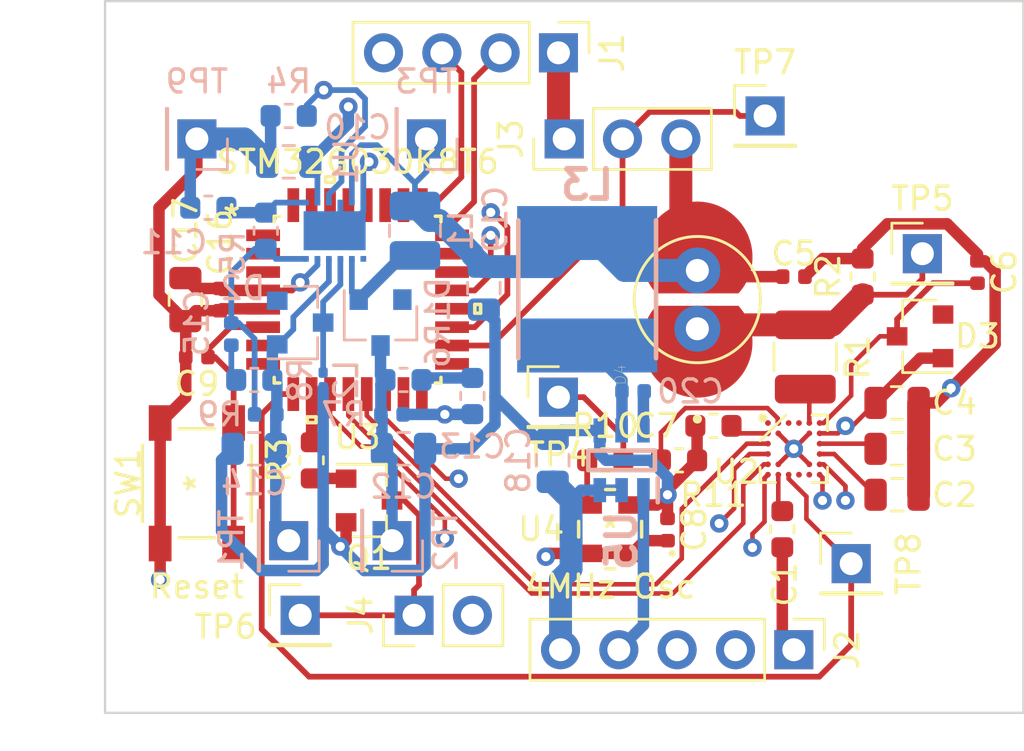
<source format=kicad_pcb>
(kicad_pcb (version 20171130) (host pcbnew "(5.1.5)-3")
  (layers (0 F.Cu signal) (1 In1.Cu signal hide) (2 In2.Cu signal hide) (31 B.Cu signal) (34 B.Paste user) (35 F.Paste user) (36 B.SilkS user) (37 F.SilkS user) (38 B.Mask user) (39 F.Mask user) (44 Edge.Cuts user))
  (net 0 "")
  (net 1 GND)
  (net 2 "Net-(C1-Pad1)")
  (net 3 "Net-(C2-Pad1)")
  (net 4 "Net-(C3-Pad1)")
  (net 5 +8.5V)
  (net 6 +3.3V)
  (net 7 "Net-(C6-Pad2)")
  (net 8 "Net-(C7-Pad2)")
  (net 9 "Net-(C9-Pad1)")
  (net 10 "Net-(C11-Pad1)")
  (net 11 "Net-(C13-Pad2)")
  (net 12 "Net-(C13-Pad1)")
  (net 13 -10V)
  (net 14 "Net-(C15-Pad2)")
  (net 15 "Net-(C15-Pad1)")
  (net 16 "Net-(D1-Pad2)")
  (net 17 "Net-(D2-Pad1)")
  (net 18 "Net-(D4-PadC)")
  (net 19 SWCLK)
  (net 20 SWDIO)
  (net 21 TX)
  (net 22 RX)
  (net 23 ENC)
  (net 24 MTR-)
  (net 25 "Net-(Q1-Pad1)")
  (net 26 "Net-(R1-Pad2)")
  (net 27 "Net-(R3-Pad2)")
  (net 28 "Net-(R10-Pad2)")
  (net 29 "Net-(R10-Pad1)")
  (net 30 DATA_RDY)
  (net 31 "Net-(U1-Pad1)")
  (net 32 "Net-(U2-Pad5)")
  (net 33 "Net-(U2-Pad4)")
  (net 34 "Net-(U2-Pad13)")
  (net 35 "Net-(U2-Pad14)")
  (net 36 MOSI)
  (net 37 SPICLK)
  (net 38 SS)
  (net 39 MISO)
  (net 40 "Net-(U2-Pad16)")
  (net 41 "Net-(U3-Pad1)")
  (net 42 "Net-(U3-Pad2)")
  (net 43 "Net-(U3-Pad3)")
  (net 44 "Net-(U3-Pad7)")
  (net 45 "Net-(U3-Pad8)")
  (net 46 "Net-(U3-Pad15)")
  (net 47 "Net-(U3-Pad16)")
  (net 48 "Net-(U3-Pad17)")
  (net 49 "Net-(U3-Pad20)")
  (net 50 "Net-(U3-Pad22)")
  (net 51 "Net-(U3-Pad23)")
  (net 52 "Net-(U3-Pad26)")
  (net 53 "Net-(U3-Pad27)")
  (net 54 "Net-(U3-Pad28)")
  (net 55 "Net-(U3-Pad29)")
  (net 56 "Net-(U3-Pad30)")
  (net 57 "Net-(U3-Pad31)")
  (net 58 "Net-(U3-Pad32)")
  (net 59 +5V)
  (net 60 "Net-(C20-Pad2)")
  (net 61 "Net-(C20-Pad1)")
  (module SamacSys_Parts:SOT95P280X100-6N (layer B.Cu) (at 121.5 112 90)
    (fp_text reference U5 (at -3.5 0 90) (layer B.SilkS) (effects (font (size 1.27 1.27) (thickness 0.254)) (justify mirror)))
    (fp_text value "5V Conv" hide)
    (pad 6 smd rect (at 1.3 0.95) (size 0.55 1.05) (layers B.Cu B.Paste B.Mask) (net 61 "Net-(C20-Pad1)"))
    (pad 5 smd rect (at 1.3 0) (size 0.55 1.05) (layers B.Cu B.Paste B.Mask) (net 60 "Net-(C20-Pad2)"))
    (pad 4 smd rect (at 1.3 -0.95) (size 0.55 1.05) (layers B.Cu B.Paste B.Mask) (net 1 GND))
    (pad 3 smd rect (at -1.3 -0.95) (size 0.55 1.05) (layers B.Cu B.Paste B.Mask) (net 59 +5V))
    (pad 2 smd rect (at -1.3 0) (size 0.55 1.05) (layers B.Cu B.Paste B.Mask) (net 59 +5V))
    (pad 1 smd rect (at -1.3 0.95) (size 0.55 1.05) (layers B.Cu B.Paste B.Mask) (net 6 +3.3V))
  )
  (module "EPC611 LIDAR:DSC6001CI2A-004.0000" (layer F.Cu) (at 121 115 180)
    (fp_text reference U4 (at 3 0) (layer F.SilkS))
    (fp_text value "4MHz Osc" (at 0 -2.5) (layer F.SilkS))
    (fp_text user * (at 0 0) (layer F.SilkS))
    (pad 1 smd rect (at -0.9525 -1.0541 180) (size 1.1938 0.762) (layers F.Cu F.Paste F.Mask) (net 6 +3.3V))
    (pad 2 smd rect (at -0.9525 1.0541 180) (size 1.1938 0.762) (layers F.Cu F.Paste F.Mask) (net 1 GND))
    (pad 3 smd rect (at 0.9525 1.0541 180) (size 1.1938 0.762) (layers F.Cu F.Paste F.Mask) (net 28 "Net-(R10-Pad2)"))
    (pad 4 smd rect (at 0.9525 -1.0541 180) (size 1.1938 0.762) (layers F.Cu F.Paste F.Mask) (net 6 +3.3V))
  )
  (module "EPC611 LIDAR:STM32G030K8T6" (layer F.Cu) (at 110 105)
    (fp_text reference U3 (at 0 6) (layer F.SilkS))
    (fp_text value STM32G030K8T6 (at 0 -6) (layer F.SilkS))
    (fp_text user * (at -5.4864 -3.581) (layer F.SilkS))
    (fp_text user * (at -5.4864 -3.581) (layer F.SilkS))
    (pad 1 smd rect (at -4.1148 -2.799999 90) (size 0.508 1.4732) (layers F.Cu F.Paste F.Mask) (net 41 "Net-(U3-Pad1)"))
    (pad 2 smd rect (at -4.1148 -2.000001 90) (size 0.508 1.4732) (layers F.Cu F.Paste F.Mask) (net 42 "Net-(U3-Pad2)"))
    (pad 3 smd rect (at -4.1148 -1.2 90) (size 0.508 1.4732) (layers F.Cu F.Paste F.Mask) (net 43 "Net-(U3-Pad3)"))
    (pad 4 smd rect (at -4.1148 -0.399999 90) (size 0.508 1.4732) (layers F.Cu F.Paste F.Mask) (net 6 +3.3V))
    (pad 5 smd rect (at -4.1148 0.399999 90) (size 0.508 1.4732) (layers F.Cu F.Paste F.Mask) (net 1 GND))
    (pad 6 smd rect (at -4.1148 1.2 90) (size 0.508 1.4732) (layers F.Cu F.Paste F.Mask) (net 9 "Net-(C9-Pad1)"))
    (pad 7 smd rect (at -4.1148 1.999999 90) (size 0.508 1.4732) (layers F.Cu F.Paste F.Mask) (net 44 "Net-(U3-Pad7)"))
    (pad 8 smd rect (at -4.1148 2.799999 90) (size 0.508 1.4732) (layers F.Cu F.Paste F.Mask) (net 45 "Net-(U3-Pad8)"))
    (pad 9 smd rect (at -2.799999 4.1148) (size 0.508 1.4732) (layers F.Cu F.Paste F.Mask) (net 30 DATA_RDY))
    (pad 10 smd rect (at -2.000001 4.1148) (size 0.508 1.4732) (layers F.Cu F.Paste F.Mask) (net 27 "Net-(R3-Pad2)"))
    (pad 11 smd rect (at -1.2 4.1148) (size 0.508 1.4732) (layers F.Cu F.Paste F.Mask) (net 38 SS))
    (pad 12 smd rect (at -0.399999 4.1148) (size 0.508 1.4732) (layers F.Cu F.Paste F.Mask) (net 37 SPICLK))
    (pad 13 smd rect (at 0.399999 4.1148) (size 0.508 1.4732) (layers F.Cu F.Paste F.Mask) (net 39 MISO))
    (pad 14 smd rect (at 1.2 4.1148) (size 0.508 1.4732) (layers F.Cu F.Paste F.Mask) (net 36 MOSI))
    (pad 15 smd rect (at 1.999999 4.1148) (size 0.508 1.4732) (layers F.Cu F.Paste F.Mask) (net 46 "Net-(U3-Pad15)"))
    (pad 16 smd rect (at 2.799999 4.1148) (size 0.508 1.4732) (layers F.Cu F.Paste F.Mask) (net 47 "Net-(U3-Pad16)"))
    (pad 17 smd rect (at 4.1148 2.799999 90) (size 0.508 1.4732) (layers F.Cu F.Paste F.Mask) (net 48 "Net-(U3-Pad17)"))
    (pad 18 smd rect (at 4.1148 2.000001 90) (size 0.508 1.4732) (layers F.Cu F.Paste F.Mask) (net 23 ENC))
    (pad 19 smd rect (at 4.1148 1.2 90) (size 0.508 1.4732) (layers F.Cu F.Paste F.Mask) (net 21 TX))
    (pad 20 smd rect (at 4.1148 0.399999 90) (size 0.508 1.4732) (layers F.Cu F.Paste F.Mask) (net 49 "Net-(U3-Pad20)"))
    (pad 21 smd rect (at 4.1148 -0.399999 90) (size 0.508 1.4732) (layers F.Cu F.Paste F.Mask) (net 22 RX))
    (pad 22 smd rect (at 4.1148 -1.2 90) (size 0.508 1.4732) (layers F.Cu F.Paste F.Mask) (net 50 "Net-(U3-Pad22)"))
    (pad 23 smd rect (at 4.1148 -1.999999 90) (size 0.508 1.4732) (layers F.Cu F.Paste F.Mask) (net 51 "Net-(U3-Pad23)"))
    (pad 24 smd rect (at 4.1148 -2.799999 90) (size 0.508 1.4732) (layers F.Cu F.Paste F.Mask) (net 20 SWDIO))
    (pad 25 smd rect (at 2.799999 -4.1148) (size 0.508 1.4732) (layers F.Cu F.Paste F.Mask) (net 19 SWCLK))
    (pad 26 smd rect (at 2.000001 -4.1148) (size 0.508 1.4732) (layers F.Cu F.Paste F.Mask) (net 52 "Net-(U3-Pad26)"))
    (pad 27 smd rect (at 1.2 -4.1148) (size 0.508 1.4732) (layers F.Cu F.Paste F.Mask) (net 53 "Net-(U3-Pad27)"))
    (pad 28 smd rect (at 0.399999 -4.1148) (size 0.508 1.4732) (layers F.Cu F.Paste F.Mask) (net 54 "Net-(U3-Pad28)"))
    (pad 29 smd rect (at -0.399999 -4.1148) (size 0.508 1.4732) (layers F.Cu F.Paste F.Mask) (net 55 "Net-(U3-Pad29)"))
    (pad 30 smd rect (at -1.2 -4.1148) (size 0.508 1.4732) (layers F.Cu F.Paste F.Mask) (net 56 "Net-(U3-Pad30)"))
    (pad 31 smd rect (at -1.999999 -4.1148) (size 0.508 1.4732) (layers F.Cu F.Paste F.Mask) (net 57 "Net-(U3-Pad31)"))
    (pad 32 smd rect (at -2.799999 -4.1148) (size 0.508 1.4732) (layers F.Cu F.Paste F.Mask) (net 58 "Net-(U3-Pad32)"))
  )
  (module "EPC611 LIDAR:EPC611" (layer F.Cu) (at 129 111.5)
    (fp_text reference U2 (at -2.5 1) (layer F.SilkS))
    (fp_text value EPC611)
    (pad 6 smd circle (at 1.125 1.125) (size 0.25 0.25) (layers F.Cu F.Paste F.Mask) (net 13 -10V))
    (pad 7 smd circle (at 1.125 0.675) (size 0.25 0.25) (layers F.Cu F.Paste F.Mask) (net 6 +3.3V))
    (pad 8 smd circle (at 1.125 0.225) (size 0.25 0.25) (layers F.Cu F.Paste F.Mask) (net 3 "Net-(C2-Pad1)"))
    (pad 9 smd circle (at 1.125 -0.225) (size 0.25 0.25) (layers F.Cu F.Paste F.Mask) (net 4 "Net-(C3-Pad1)"))
    (pad 10 smd circle (at 1.125 -0.675) (size 0.25 0.25) (layers F.Cu F.Paste F.Mask) (net 5 +8.5V))
    (pad 11 smd circle (at 1.125 -1.125) (size 0.25 0.25) (layers F.Cu F.Paste F.Mask) (net 7 "Net-(C6-Pad2)"))
    (pad 5 smd circle (at 0.675 1.125) (size 0.25 0.25) (layers F.Cu F.Paste F.Mask) (net 32 "Net-(U2-Pad5)"))
    (pad 22 smd circle (at 0.675 0.675) (size 0.25 0.25) (layers F.Cu F.Paste F.Mask) (net 1 GND))
    (pad 23 smd circle (at 0.675 -0.675) (size 0.25 0.25) (layers F.Cu F.Paste F.Mask) (net 1 GND))
    (pad 12 smd circle (at 0.675 -1.125) (size 0.25 0.25) (layers F.Cu F.Paste F.Mask) (net 26 "Net-(R1-Pad2)"))
    (pad 4 smd circle (at 0.225 1.125) (size 0.25 0.25) (layers F.Cu F.Paste F.Mask) (net 33 "Net-(U2-Pad4)"))
    (pad 13 smd circle (at 0.225 -1.125) (size 0.25 0.25) (layers F.Cu F.Paste F.Mask) (net 34 "Net-(U2-Pad13)"))
    (pad 3 smd circle (at -0.225 1.125) (size 0.25 0.25) (layers F.Cu F.Paste F.Mask) (net 30 DATA_RDY))
    (pad 14 smd circle (at -0.225 -1.125) (size 0.25 0.25) (layers F.Cu F.Paste F.Mask) (net 35 "Net-(U2-Pad14)"))
    (pad 2 smd circle (at -0.675 1.125) (size 0.25 0.25) (layers F.Cu F.Paste F.Mask) (net 2 "Net-(C1-Pad1)"))
    (pad 21 smd circle (at -0.675 0.675) (size 0.25 0.25) (layers F.Cu F.Paste F.Mask) (net 1 GND))
    (pad 24 smd circle (at -0.675 -0.675) (size 0.25 0.25) (layers F.Cu F.Paste F.Mask) (net 1 GND))
    (pad 15 smd circle (at -0.675 -1.125) (size 0.25 0.25) (layers F.Cu F.Paste F.Mask) (net 29 "Net-(R10-Pad1)"))
    (pad 1 smd circle (at -1.125 1.125) (size 0.25 0.25) (layers F.Cu F.Paste F.Mask) (net 36 MOSI))
    (pad 20 smd circle (at -1.125 0.675) (size 0.25 0.25) (layers F.Cu F.Paste F.Mask) (net 37 SPICLK))
    (pad 19 smd circle (at -1.125 0.225) (size 0.25 0.25) (layers F.Cu F.Paste F.Mask) (net 38 SS))
    (pad 18 smd circle (at -1.125 -0.225) (size 0.25 0.25) (layers F.Cu F.Paste F.Mask) (net 39 MISO))
    (pad 17 smd circle (at -1.125 -0.675) (size 0.25 0.25) (layers F.Cu F.Paste F.Mask) (net 8 "Net-(C7-Pad2)"))
    (pad 16 smd circle (at -1.125 -1.125) (size 0.25 0.25) (layers F.Cu F.Paste F.Mask) (net 40 "Net-(U2-Pad16)"))
  )
  (module "EPC611 LIDAR:R1283x" (layer B.Cu) (at 109 102 90)
    (fp_text reference U1 (at 3 0.5 90) (layer B.SilkS) (effects (justify mirror)))
    (fp_text value R1283K001C)
    (pad 7 smd rect (at 1.225 -1.25 90) (size 0.25 0.25) (layers B.Cu B.Paste B.Mask) (net 10 "Net-(C11-Pad1)"))
    (pad 6 smd rect (at -1.225 -1.25 90) (size 0.25 0.25) (layers B.Cu B.Paste B.Mask) (net 14 "Net-(C15-Pad2)"))
    (pad 10 smd rect (at 0 0 90) (size 1.7 2.7) (layers B.Cu B.Paste B.Mask) (net 1 GND))
    (pad 12 smd rect (at 1.225 1.25 90) (size 0.25 0.25) (layers B.Cu B.Paste B.Mask) (net 1 GND))
    (pad 11 smd rect (at 1.225 0.75 90) (size 0.25 0.25) (layers B.Cu B.Paste B.Mask) (net 6 +3.3V))
    (pad 10 smd rect (at 1.225 0.25 90) (size 0.25 0.25) (layers B.Cu B.Paste B.Mask) (net 1 GND))
    (pad 9 smd rect (at 1.225 -0.25 90) (size 0.25 0.25) (layers B.Cu B.Paste B.Mask) (net 12 "Net-(C13-Pad1)"))
    (pad 8 smd rect (at 1.225 -0.75 90) (size 0.25 0.25) (layers B.Cu B.Paste B.Mask) (net 6 +3.3V))
    (pad 5 smd rect (at -1.225 -0.75 90) (size 0.25 0.25) (layers B.Cu B.Paste B.Mask) (net 6 +3.3V))
    (pad 4 smd rect (at -1.225 -0.25 90) (size 0.25 0.25) (layers B.Cu B.Paste B.Mask) (net 13 -10V))
    (pad 3 smd rect (at -1.225 0.25 90) (size 0.25 0.25) (layers B.Cu B.Paste B.Mask) (net 17 "Net-(D2-Pad1)"))
    (pad 2 smd rect (at -1.225 0.75 90) (size 0.25 0.25) (layers B.Cu B.Paste B.Mask) (net 16 "Net-(D1-Pad2)"))
    (pad 1 smd rect (at -1.225 1.25 90) (size 0.25 0.25) (layers B.Cu B.Paste B.Mask) (net 31 "Net-(U1-Pad1)"))
  )
  (module Connector_PinHeader_2.54mm:PinHeader_1x01_P2.54mm_Vertical (layer B.Cu) (at 103 98 90)
    (fp_text reference TP9 (at 2.5 0 180) (layer B.SilkS) (effects (justify mirror)))
    (fp_text value Conn_01x01)
    (pad 1 thru_hole rect (at 0 0 90) (size 1.7 1.7) (drill 1) (layers *.Cu *.Mask) (net 1 GND))
  )
  (module Connector_PinHeader_2.54mm:PinHeader_1x01_P2.54mm_Vertical (layer F.Cu) (at 131.5 116.5)
    (fp_text reference TP8 (at 2.5 0 90) (layer F.SilkS))
    (fp_text value Conn_01x01)
    (pad 1 thru_hole rect (at 0 0) (size 1.7 1.7) (drill 1) (layers *.Cu *.Mask) (net 30 DATA_RDY))
  )
  (module Connector_PinHeader_2.54mm:PinHeader_1x01_P2.54mm_Vertical (layer F.Cu) (at 127.75 97)
    (fp_text reference TP7 (at 0 -2.33) (layer F.SilkS))
    (fp_text value Conn_01x01)
    (pad 1 thru_hole rect (at 0 0) (size 1.7 1.7) (drill 1) (layers *.Cu *.Mask) (net 23 ENC))
  )
  (module Connector_PinHeader_2.54mm:PinHeader_1x01_P2.54mm_Vertical (layer F.Cu) (at 107.5 118.75)
    (fp_text reference TP6 (at -3.25 0.5) (layer F.SilkS))
    (fp_text value Conn_01x01)
    (pad 1 thru_hole rect (at 0 0) (size 1.7 1.7) (drill 1) (layers *.Cu *.Mask) (net 24 MTR-))
  )
  (module Connector_PinHeader_2.54mm:PinHeader_1x01_P2.54mm_Vertical (layer F.Cu) (at 134.6 103)
    (fp_text reference TP5 (at 0 -2.4 180) (layer F.SilkS))
    (fp_text value Conn_01x01)
    (pad 1 thru_hole rect (at 0 0) (size 1.7 1.7) (drill 1) (layers *.Cu *.Mask) (net 18 "Net-(D4-PadC)"))
  )
  (module Connector_PinHeader_2.54mm:PinHeader_1x01_P2.54mm_Vertical (layer F.Cu) (at 118.75 109.25)
    (fp_text reference TP4 (at 0 2.5) (layer F.SilkS))
    (fp_text value Conn_01x01)
    (pad 1 thru_hole rect (at 0 0) (size 1.7 1.7) (drill 1) (layers *.Cu *.Mask) (net 29 "Net-(R10-Pad1)"))
  )
  (module Connector_PinHeader_2.54mm:PinHeader_1x01_P2.54mm_Vertical (layer B.Cu) (at 113 98 90)
    (fp_text reference TP3 (at 2.5 0 180) (layer B.SilkS) (effects (justify mirror)))
    (fp_text value Conn_01x01)
    (pad 1 thru_hole rect (at 0 0 90) (size 1.7 1.7) (drill 1) (layers *.Cu *.Mask) (net 6 +3.3V))
  )
  (module Connector_PinHeader_2.54mm:PinHeader_1x01_P2.54mm_Vertical (layer B.Cu) (at 111.5 115.5 90)
    (fp_text reference TP2 (at 0 2.33 90) (layer B.SilkS) (effects (justify mirror)))
    (fp_text value Conn_01x01)
    (pad 1 thru_hole rect (at 0 0 90) (size 1.7 1.7) (drill 1) (layers *.Cu *.Mask) (net 5 +8.5V))
  )
  (module Connector_PinHeader_2.54mm:PinHeader_1x01_P2.54mm_Vertical (layer B.Cu) (at 107 115.5 90)
    (fp_text reference TP1 (at 0 -2.5 90) (layer B.SilkS) (effects (justify mirror)))
    (fp_text value Conn_01x01)
    (pad 1 thru_hole rect (at 0 0 90) (size 1.7 1.7) (drill 1) (layers *.Cu *.Mask) (net 13 -10V))
  )
  (module "EPC611 LIDAR:PTS647SM38SMTR2LFS" (layer F.Cu) (at 103 113 90)
    (fp_text reference SW1 (at 0 -3 90) (layer F.SilkS))
    (fp_text value Reset (at -4.5 0 180) (layer F.SilkS))
    (fp_text user * (at 0 0 90) (layer F.SilkS))
    (pad 1 smd rect (at -2.625001 -1.599999 90) (size 1.5494 0.9906) (layers F.Cu F.Paste F.Mask) (net 1 GND))
    (pad 3 smd rect (at -2.625001 1.599999 90) (size 1.5494 0.9906) (layers F.Cu F.Paste F.Mask) (net 9 "Net-(C9-Pad1)"))
    (pad 4 smd rect (at 2.625001 1.599999 90) (size 1.5494 0.9906) (layers F.Cu F.Paste F.Mask) (net 9 "Net-(C9-Pad1)"))
    (pad 2 smd rect (at 2.625001 -1.599999 90) (size 1.5494 0.9906) (layers F.Cu F.Paste F.Mask) (net 1 GND))
  )
  (module Resistor_SMD:R_0603_1608Metric (layer F.Cu) (at 124 112 180)
    (fp_text reference R11 (at -1.5 -1.5) (layer F.SilkS))
    (fp_text value 1k2)
    (pad 2 smd roundrect (at 0.7875 0 180) (size 0.875 0.95) (layers F.Cu F.Paste F.Mask) (net 29 "Net-(R10-Pad1)"))
    (pad 1 smd roundrect (at -0.7875 0 180) (size 0.875 0.95) (layers F.Cu F.Paste F.Mask) (net 1 GND))
  )
  (module Resistor_SMD:R_0603_1608Metric (layer F.Cu) (at 120.7875 112 180)
    (fp_text reference R10 (at 0 1.5) (layer F.SilkS))
    (fp_text value 1k)
    (pad 2 smd roundrect (at 0.7875 0 180) (size 0.875 0.95) (layers F.Cu F.Paste F.Mask) (net 28 "Net-(R10-Pad2)"))
    (pad 1 smd roundrect (at -0.7875 0 180) (size 0.875 0.95) (layers F.Cu F.Paste F.Mask) (net 29 "Net-(R10-Pad1)"))
  )
  (module Resistor_SMD:R_0402_1005Metric (layer B.Cu) (at 106 110 180)
    (fp_text reference R9 (at 2 0 180) (layer B.SilkS) (effects (justify mirror)))
    (fp_text value 83k)
    (pad 2 smd roundrect (at 0.485 0 180) (size 0.59 0.64) (layers B.Cu B.Paste B.Mask) (net 14 "Net-(C15-Pad2)"))
    (pad 1 smd roundrect (at -0.485 0 180) (size 0.59 0.64) (layers B.Cu B.Paste B.Mask) (net 13 -10V))
  )
  (module Resistor_SMD:R_0603_1608Metric (layer B.Cu) (at 105.5 108.5 180)
    (fp_text reference R8 (at -2 0 -90) (layer B.SilkS) (effects (justify mirror)))
    (fp_text value 1k)
    (pad 2 smd roundrect (at 0.7875 0 180) (size 0.875 0.95) (layers B.Cu B.Paste B.Mask) (net 15 "Net-(C15-Pad1)"))
    (pad 1 smd roundrect (at -0.7875 0 180) (size 0.875 0.95) (layers B.Cu B.Paste B.Mask) (net 13 -10V))
  )
  (module Resistor_SMD:R_0402_1005Metric (layer B.Cu) (at 111.5 110 180)
    (fp_text reference R7 (at 2.1 0) (layer B.SilkS) (effects (justify mirror)))
    (fp_text value 75k)
    (pad 2 smd roundrect (at 0.485 0 180) (size 0.59 0.64) (layers B.Cu B.Paste B.Mask) (net 5 +8.5V))
    (pad 1 smd roundrect (at -0.485 0 180) (size 0.59 0.64) (layers B.Cu B.Paste B.Mask) (net 12 "Net-(C13-Pad1)"))
  )
  (module Resistor_SMD:R_0603_1608Metric (layer B.Cu) (at 112 108.5 180)
    (fp_text reference R6 (at -1.5 1.5 -90) (layer B.SilkS) (effects (justify mirror)))
    (fp_text value 1k)
    (pad 2 smd roundrect (at 0.7875 0 180) (size 0.875 0.95) (layers B.Cu B.Paste B.Mask) (net 5 +8.5V))
    (pad 1 smd roundrect (at -0.7875 0 180) (size 0.875 0.95) (layers B.Cu B.Paste B.Mask) (net 11 "Net-(C13-Pad2)"))
  )
  (module Resistor_SMD:R_0603_1608Metric (layer B.Cu) (at 106 102 270)
    (fp_text reference R5 (at 1 1.43 90) (layer B.SilkS) (effects (justify mirror)))
    (fp_text value 1k)
    (pad 2 smd roundrect (at 0.7875 0 270) (size 0.875 0.95) (layers B.Cu B.Paste B.Mask) (net 14 "Net-(C15-Pad2)"))
    (pad 1 smd roundrect (at -0.7875 0 270) (size 0.875 0.95) (layers B.Cu B.Paste B.Mask) (net 10 "Net-(C11-Pad1)"))
  )
  (module Resistor_SMD:R_0603_1608Metric (layer B.Cu) (at 107 97)
    (fp_text reference R4 (at 0 -1.5 180) (layer B.SilkS) (effects (justify mirror)))
    (fp_text value 1k)
    (pad 2 smd roundrect (at 0.7875 0) (size 0.875 0.95) (layers B.Cu B.Paste B.Mask) (net 12 "Net-(C13-Pad1)"))
    (pad 1 smd roundrect (at -0.7875 0) (size 0.875 0.95) (layers B.Cu B.Paste B.Mask) (net 1 GND))
  )
  (module Resistor_SMD:R_0603_1608Metric (layer F.Cu) (at 108 112 90)
    (fp_text reference R3 (at 0 -1.43 90) (layer F.SilkS))
    (fp_text value 1k)
    (pad 2 smd roundrect (at 0.7875 0 90) (size 0.875 0.95) (layers F.Cu F.Paste F.Mask) (net 27 "Net-(R3-Pad2)"))
    (pad 1 smd roundrect (at -0.7875 0 90) (size 0.875 0.95) (layers F.Cu F.Paste F.Mask) (net 25 "Net-(Q1-Pad1)"))
  )
  (module Resistor_SMD:R_0603_1608Metric (layer F.Cu) (at 132 104 270)
    (fp_text reference R2 (at 0 1.5 90) (layer F.SilkS))
    (fp_text value 3k3)
    (pad 2 smd roundrect (at 0.7875 0 270) (size 0.875 0.95) (layers F.Cu F.Paste F.Mask) (net 18 "Net-(D4-PadC)"))
    (pad 1 smd roundrect (at -0.7875 0 270) (size 0.875 0.95) (layers F.Cu F.Paste F.Mask) (net 1 GND))
  )
  (module Resistor_SMD:R_1210_3225Metric (layer F.Cu) (at 129.5 107.5 270)
    (fp_text reference R1 (at 0 -2.28 90) (layer F.SilkS))
    (fp_text value 3)
    (pad 2 smd roundrect (at 1.4 0 270) (size 1.25 2.65) (layers F.Cu F.Paste F.Mask) (roundrect_rratio 0.2) (net 26 "Net-(R1-Pad2)"))
    (pad 1 smd roundrect (at -1.4 0 270) (size 1.25 2.65) (layers F.Cu F.Paste F.Mask) (roundrect_rratio 0.2) (net 18 "Net-(D4-PadC)"))
  )
  (module Package_TO_SOT_SMD:SOT-23 (layer F.Cu) (at 110.5 113.75)
    (fp_text reference Q1 (at 0 2.5) (layer F.SilkS))
    (fp_text value 2N7002P)
    (pad 3 smd rect (at 1 0) (size 0.9 0.8) (layers F.Cu F.Paste F.Mask) (net 24 MTR-))
    (pad 2 smd rect (at -1 0.95) (size 0.9 0.8) (layers F.Cu F.Paste F.Mask) (net 1 GND))
    (pad 1 smd rect (at -1 -0.95) (size 0.9 0.8) (layers F.Cu F.Paste F.Mask) (net 25 "Net-(Q1-Pad1)"))
  )
  (module SamacSys_Parts:INDPM6060X280N (layer B.Cu) (at 120 104.55 90)
    (fp_text reference L3 (at 4.55 0 180) (layer B.SilkS) (effects (font (size 1.27 1.27) (thickness 0.254)) (justify mirror)))
    (fp_text value 3u9 hide)
    (pad 2 smd rect (at 2.45 0 90) (size 2.35 6.1) (layers B.Cu B.Paste B.Mask) (net 6 +3.3V))
    (pad 1 smd rect (at -2.45 0 90) (size 2.35 6.1) (layers B.Cu B.Paste B.Mask) (net 60 "Net-(C20-Pad2)"))
  )
  (module Inductor_SMD:L_0201_0603Metric (layer B.Cu) (at 108.5 108.5 270)
    (fp_text reference L2 (at 0 -1 90) (layer B.SilkS) (effects (justify mirror)))
    (fp_text value 1u)
    (pad 2 smd roundrect (at 0.32 0 270) (size 0.46 0.4) (layers B.Cu B.Mask) (net 1 GND))
    (pad 1 smd roundrect (at -0.32 0 270) (size 0.46 0.4) (layers B.Cu B.Mask) (net 17 "Net-(D2-Pad1)"))
  )
  (module Inductor_SMD:L_1008_2520Metric (layer B.Cu) (at 112.5 102 270)
    (fp_text reference L1 (at 0 -2 90) (layer B.SilkS) (effects (justify mirror)))
    (fp_text value 33u)
    (pad 2 smd roundrect (at 1.075 0 270) (size 1.25 2.2) (layers B.Cu B.Paste B.Mask) (roundrect_rratio 0.2) (net 16 "Net-(D1-Pad2)"))
    (pad 1 smd roundrect (at -1.075 0 270) (size 1.25 2.2) (layers B.Cu B.Paste B.Mask) (roundrect_rratio 0.2) (net 6 +3.3V))
  )
  (module Connector_PinHeader_2.54mm:PinHeader_1x02_P2.54mm_Vertical (layer F.Cu) (at 112.46 118.75 90)
    (fp_text reference J4 (at 0 -2.33 90) (layer F.SilkS))
    (fp_text value Conn_01x02)
    (pad 2 thru_hole oval (at 0 2.54 90) (size 1.7 1.7) (drill 1) (layers *.Cu *.Mask) (net 6 +3.3V))
    (pad 1 thru_hole rect (at 0 0 90) (size 1.7 1.7) (drill 1) (layers *.Cu *.Mask) (net 24 MTR-))
  )
  (module Connector_PinHeader_2.54mm:PinHeader_1x03_P2.54mm_Vertical (layer F.Cu) (at 119 98 90)
    (fp_text reference J3 (at 0 -2.33 90) (layer F.SilkS))
    (fp_text value Conn_01x03)
    (pad 3 thru_hole oval (at 0 5.08 90) (size 1.7 1.7) (drill 1) (layers *.Cu *.Mask) (net 6 +3.3V))
    (pad 2 thru_hole oval (at 0 2.54 90) (size 1.7 1.7) (drill 1) (layers *.Cu *.Mask) (net 23 ENC))
    (pad 1 thru_hole rect (at 0 0 90) (size 1.7 1.7) (drill 1) (layers *.Cu *.Mask) (net 1 GND))
  )
  (module Connector_PinHeader_2.54mm:PinHeader_1x05_P2.54mm_Vertical (layer F.Cu) (at 129 120.25 270)
    (fp_text reference J2 (at 0 -2.33 90) (layer F.SilkS))
    (fp_text value Conn_01x05)
    (pad 5 thru_hole oval (at 0 10.16 270) (size 1.7 1.7) (drill 1) (layers *.Cu *.Mask) (net 59 +5V))
    (pad 4 thru_hole oval (at 0 7.62 270) (size 1.7 1.7) (drill 1) (layers *.Cu *.Mask) (net 6 +3.3V))
    (pad 3 thru_hole oval (at 0 5.08 270) (size 1.7 1.7) (drill 1) (layers *.Cu *.Mask) (net 21 TX))
    (pad 2 thru_hole oval (at 0 2.54 270) (size 1.7 1.7) (drill 1) (layers *.Cu *.Mask) (net 22 RX))
    (pad 1 thru_hole rect (at 0 0 270) (size 1.7 1.7) (drill 1) (layers *.Cu *.Mask) (net 1 GND))
  )
  (module Connector_PinHeader_2.54mm:PinHeader_1x04_P2.54mm_Vertical (layer F.Cu) (at 118.75 94.25 270)
    (fp_text reference J1 (at 0 -2.33 90) (layer F.SilkS))
    (fp_text value Conn_01x04)
    (pad 4 thru_hole oval (at 0 7.62 270) (size 1.7 1.7) (drill 1) (layers *.Cu *.Mask) (net 6 +3.3V))
    (pad 3 thru_hole oval (at 0 5.08 270) (size 1.7 1.7) (drill 1) (layers *.Cu *.Mask) (net 19 SWCLK))
    (pad 2 thru_hole oval (at 0 2.54 270) (size 1.7 1.7) (drill 1) (layers *.Cu *.Mask) (net 20 SWDIO))
    (pad 1 thru_hole rect (at 0 0 270) (size 1.7 1.7) (drill 1) (layers *.Cu *.Mask) (net 1 GND))
  )
  (module "EPC611 LIDAR:DIO_SFH_4555" (layer F.Cu) (at 124.8 105 90)
    (fp_text reference D4 (at -3.276 -3.3548 90) (layer F.SilkS) (effects (font (size 0.48 0.48) (thickness 0.015))))
    (fp_text value SFH_4555)
    (fp_poly (pts (xy -0.27 -0.06) (xy -0.27 -1.79) (xy -0.325072 -1.838669) (xy -0.369937 -1.876115) (xy -0.415724 -1.912427) (xy -0.462405 -1.947583) (xy -0.509951 -1.981559) (xy -0.558332 -2.014336) (xy -0.607517 -2.045893) (xy -0.657477 -2.076209) (xy -0.708179 -2.105266) (xy -0.759592 -2.133046) (xy -0.811684 -2.159531) (xy -0.864422 -2.184704) (xy -0.917774 -2.208551) (xy -0.971705 -2.231055) (xy -1.026182 -2.252204) (xy -1.081171 -2.271983) (xy -1.136638 -2.290381) (xy -1.192548 -2.307385) (xy -1.248865 -2.322986) (xy -1.305555 -2.337173) (xy -1.362582 -2.349937) (xy -1.419911 -2.361271) (xy -1.477505 -2.371168) (xy -1.535329 -2.37962) (xy -1.593346 -2.386624) (xy -1.65152 -2.392174) (xy -1.709815 -2.396268) (xy -1.768193 -2.398902) (xy -1.82662 -2.400075) (xy -1.87 -2.4) (xy -1.895 -2.4) (xy -2.027992 -2.394465) (xy -2.152129 -2.382621) (xy -2.275487 -2.364368) (xy -2.397735 -2.339756) (xy -2.518545 -2.308849) (xy -2.637594 -2.271732) (xy -2.754563 -2.228503) (xy -2.869137 -2.179278) (xy -2.98101 -2.124189) (xy -3.089882 -2.063384) (xy -3.195461 -1.997026) (xy -3.297464 -1.925292) (xy -3.395618 -1.848376) (xy -3.48966 -1.766483) (xy -3.579337 -1.679832) (xy -3.66441 -1.588656) (xy -3.744649 -1.493199) (xy -3.819841 -1.393718) (xy -3.889783 -1.290478) (xy -3.954289 -1.183757) (xy -4.013184 -1.073841) (xy -4.066312 -0.961023) (xy -4.11353 -0.845607) (xy -4.154711 -0.727902) (xy -4.189746 -0.608224) (xy -4.218539 -0.486892) (xy -4.241014 -0.364233) (xy -4.257111 -0.240576) (xy -4.266787 -0.11625) (xy -4.27 0) (xy -4.266787 0.11625) (xy -4.257111 0.240576) (xy -4.241014 0.364233) (xy -4.218539 0.486892) (xy -4.189746 0.608224) (xy -4.154711 0.727902) (xy -4.11353 0.845607) (xy -4.066312 0.961023) (xy -4.013184 1.073841) (xy -3.954289 1.183757) (xy -3.889783 1.290478) (xy -3.819841 1.393718) (xy -3.744649 1.493199) (xy -3.66441 1.588656) (xy -3.579337 1.679832) (xy -3.48966 1.766483) (xy -3.395618 1.848376) (xy -3.297464 1.925292) (xy -3.195461 1.997026) (xy -3.089882 2.063384) (xy -2.98101 2.124189) (xy -2.869137 2.179278) (xy -2.754563 2.228503) (xy -2.637594 2.271732) (xy -2.518545 2.308849) (xy -2.397735 2.339756) (xy -2.275487 2.364368) (xy -2.152129 2.382621) (xy -2.027992 2.394465) (xy -1.895 2.4) (xy -1.795 2.4) (xy -1.87 2.4) (xy -1.82662 2.400075) (xy -1.768193 2.398902) (xy -1.709815 2.396268) (xy -1.65152 2.392174) (xy -1.593346 2.386624) (xy -1.535329 2.37962) (xy -1.477505 2.371168) (xy -1.419911 2.361271) (xy -1.362582 2.349937) (xy -1.305555 2.337173) (xy -1.248865 2.322986) (xy -1.192548 2.307385) (xy -1.136638 2.290381) (xy -1.081171 2.271983) (xy -1.026182 2.252204) (xy -0.971705 2.231055) (xy -0.917774 2.208551) (xy -0.864422 2.184704) (xy -0.811684 2.159531) (xy -0.759592 2.133046) (xy -0.708179 2.105266) (xy -0.657477 2.076209) (xy -0.607517 2.045893) (xy -0.558332 2.014336) (xy -0.509951 1.981559) (xy -0.462405 1.947583) (xy -0.415724 1.912427) (xy -0.369937 1.876115) (xy -0.325072 1.838669) (xy -0.27 1.79) (xy -0.27 -0.06)) (layer F.Cu) (width 0.001))
    (fp_poly (pts (xy 0.27 -0.06) (xy 0.27 -1.79) (xy 0.325072 -1.838669) (xy 0.369937 -1.876115) (xy 0.415724 -1.912427) (xy 0.462405 -1.947583) (xy 0.509951 -1.981559) (xy 0.558332 -2.014336) (xy 0.607517 -2.045893) (xy 0.657477 -2.076209) (xy 0.708179 -2.105266) (xy 0.759592 -2.133046) (xy 0.811684 -2.159531) (xy 0.864422 -2.184704) (xy 0.917774 -2.208551) (xy 0.971705 -2.231055) (xy 1.026182 -2.252204) (xy 1.081171 -2.271983) (xy 1.136638 -2.290381) (xy 1.192548 -2.307385) (xy 1.248865 -2.322986) (xy 1.305555 -2.337173) (xy 1.362582 -2.349937) (xy 1.419911 -2.361271) (xy 1.477505 -2.371168) (xy 1.535329 -2.37962) (xy 1.593346 -2.386624) (xy 1.65152 -2.392174) (xy 1.709815 -2.396268) (xy 1.768193 -2.398902) (xy 1.82662 -2.400075) (xy 1.87 -2.4) (xy 1.895 -2.4) (xy 2.027992 -2.394465) (xy 2.152129 -2.382621) (xy 2.275487 -2.364368) (xy 2.397735 -2.339756) (xy 2.518545 -2.308849) (xy 2.637594 -2.271732) (xy 2.754563 -2.228503) (xy 2.869137 -2.179278) (xy 2.98101 -2.124189) (xy 3.089882 -2.063384) (xy 3.195461 -1.997026) (xy 3.297464 -1.925292) (xy 3.395618 -1.848376) (xy 3.48966 -1.766483) (xy 3.579337 -1.679832) (xy 3.66441 -1.588656) (xy 3.744649 -1.493199) (xy 3.819841 -1.393718) (xy 3.889783 -1.290478) (xy 3.954289 -1.183757) (xy 4.013184 -1.073841) (xy 4.066312 -0.961023) (xy 4.11353 -0.845607) (xy 4.154711 -0.727902) (xy 4.189746 -0.608224) (xy 4.218539 -0.486892) (xy 4.241014 -0.364233) (xy 4.257111 -0.240576) (xy 4.266787 -0.11625) (xy 4.27 0) (xy 4.266787 0.11625) (xy 4.257111 0.240576) (xy 4.241014 0.364233) (xy 4.218539 0.486892) (xy 4.189746 0.608224) (xy 4.154711 0.727902) (xy 4.11353 0.845607) (xy 4.066312 0.961023) (xy 4.013184 1.073841) (xy 3.954289 1.183757) (xy 3.889783 1.290478) (xy 3.819841 1.393718) (xy 3.744649 1.493199) (xy 3.66441 1.588656) (xy 3.579337 1.679832) (xy 3.48966 1.766483) (xy 3.395618 1.848376) (xy 3.297464 1.925292) (xy 3.195461 1.997026) (xy 3.089882 2.063384) (xy 2.98101 2.124189) (xy 2.869137 2.179278) (xy 2.754563 2.228503) (xy 2.637594 2.271732) (xy 2.518545 2.308849) (xy 2.397735 2.339756) (xy 2.275487 2.364368) (xy 2.152129 2.382621) (xy 2.027992 2.394465) (xy 1.895 2.4) (xy 1.795 2.4) (xy 1.87 2.4) (xy 1.82662 2.400075) (xy 1.768193 2.398902) (xy 1.709815 2.396268) (xy 1.65152 2.392174) (xy 1.593346 2.386624) (xy 1.535329 2.37962) (xy 1.477505 2.371168) (xy 1.419911 2.361271) (xy 1.362582 2.349937) (xy 1.305555 2.337173) (xy 1.248865 2.322986) (xy 1.192548 2.307385) (xy 1.136638 2.290381) (xy 1.081171 2.271983) (xy 1.026182 2.252204) (xy 0.971705 2.231055) (xy 0.917774 2.208551) (xy 0.864422 2.184704) (xy 0.811684 2.159531) (xy 0.759592 2.133046) (xy 0.708179 2.105266) (xy 0.657477 2.076209) (xy 0.607517 2.045893) (xy 0.558332 2.014336) (xy 0.509951 1.981559) (xy 0.462405 1.947583) (xy 0.415724 1.912427) (xy 0.369937 1.876115) (xy 0.325072 1.838669) (xy 0.27 1.79) (xy 0.27 -0.06)) (layer F.Cu) (width 0.001))
    (pad C thru_hole circle (at -1.27 0 90) (size 2 2) (drill 1) (layers *.Cu) (net 18 "Net-(D4-PadC)"))
    (pad A thru_hole circle (at 1.27 0 90) (size 2 2) (drill 1) (layers *.Cu) (net 6 +3.3V))
  )
  (module Diode_SMD:D_SOT-23_ANK (layer F.Cu) (at 134.5 106.6 180)
    (fp_text reference D3 (at -2.5 0) (layer F.SilkS))
    (fp_text value BAS40)
    (pad 1 smd rect (at 1 0 180) (size 0.9 0.8) (layers F.Cu F.Paste F.Mask) (net 7 "Net-(C6-Pad2)"))
    (pad "" smd rect (at -1 0.95 180) (size 0.9 0.8) (layers F.Cu F.Paste F.Mask))
    (pad 2 smd rect (at -1 -0.95 180) (size 0.9 0.8) (layers F.Cu F.Paste F.Mask) (net 5 +8.5V))
  )
  (module Diode_SMD:D_SOT-23_ANK (layer B.Cu) (at 107.5 106)
    (fp_text reference D2 (at -2.5 -1.5 180) (layer B.SilkS) (effects (justify mirror)))
    (fp_text value BAS40)
    (pad 1 smd rect (at 1 0) (size 0.9 0.8) (layers B.Cu B.Paste B.Mask) (net 17 "Net-(D2-Pad1)"))
    (pad "" smd rect (at -1 -0.95) (size 0.9 0.8) (layers B.Cu B.Paste B.Mask))
    (pad 2 smd rect (at -1 0.95) (size 0.9 0.8) (layers B.Cu B.Paste B.Mask) (net 13 -10V))
  )
  (module Diode_SMD:D_SOT-23_ANK (layer B.Cu) (at 111 106 270)
    (fp_text reference D1 (at -1 -2.5 90) (layer B.SilkS) (effects (justify mirror)))
    (fp_text value BAS40)
    (pad 1 smd rect (at 1 0 270) (size 0.9 0.8) (layers B.Cu B.Paste B.Mask) (net 5 +8.5V))
    (pad "" smd rect (at -1 -0.95 270) (size 0.9 0.8) (layers B.Cu B.Paste B.Mask))
    (pad 2 smd rect (at -1 0.95 270) (size 0.9 0.8) (layers B.Cu B.Paste B.Mask) (net 16 "Net-(D1-Pad2)"))
  )
  (module Capacitor_SMD:C_0402_1005Metric (layer B.Cu) (at 122 109 180)
    (fp_text reference C20 (at -2.5 0 180) (layer B.SilkS) (effects (justify mirror)))
    (fp_text value 100n)
    (pad 2 smd roundrect (at 0.485 0 180) (size 0.59 0.64) (layers B.Cu B.Paste B.Mask) (net 60 "Net-(C20-Pad2)"))
    (pad 1 smd roundrect (at -0.485 0 180) (size 0.59 0.64) (layers B.Cu B.Paste B.Mask) (net 61 "Net-(C20-Pad1)"))
  )
  (module Capacitor_SMD:C_0805_2012Metric (layer B.Cu) (at 115.5 104.5 90)
    (fp_text reference C19 (at 3 0.5 90) (layer B.SilkS) (effects (justify mirror)))
    (fp_text value 22u)
    (pad 2 smd roundrect (at 0.9375 0 90) (size 0.975 1.4) (layers B.Cu B.Paste B.Mask) (net 6 +3.3V))
    (pad 1 smd roundrect (at -0.9375 0 90) (size 0.975 1.4) (layers B.Cu B.Paste B.Mask) (net 1 GND))
  )
  (module Capacitor_SMD:C_0805_2012Metric (layer B.Cu) (at 118.5 112 270)
    (fp_text reference C18 (at 0 1.5 90) (layer B.SilkS) (effects (justify mirror)))
    (fp_text value 10u)
    (pad 2 smd roundrect (at 0.9375 0 270) (size 0.975 1.4) (layers B.Cu B.Paste B.Mask) (net 59 +5V))
    (pad 1 smd roundrect (at -0.9375 0 270) (size 0.975 1.4) (layers B.Cu B.Paste B.Mask) (net 1 GND))
  )
  (module Capacitor_SMD:C_0805_2012Metric (layer F.Cu) (at 102.5 105 270)
    (fp_text reference C17 (at -3 0 90) (layer F.SilkS))
    (fp_text value 4u7)
    (pad 2 smd roundrect (at 0.9375 0 270) (size 0.975 1.4) (layers F.Cu F.Paste F.Mask) (net 1 GND))
    (pad 1 smd roundrect (at -0.9375 0 270) (size 0.975 1.4) (layers F.Cu F.Paste F.Mask) (net 6 +3.3V))
  )
  (module Capacitor_SMD:C_0402_1005Metric (layer F.Cu) (at 104 105 270)
    (fp_text reference C16 (at -2.5 0 90) (layer F.SilkS))
    (fp_text value 100n)
    (pad 2 smd roundrect (at 0.485 0 270) (size 0.59 0.64) (layers F.Cu F.Paste F.Mask) (net 1 GND))
    (pad 1 smd roundrect (at -0.485 0 270) (size 0.59 0.64) (layers F.Cu F.Paste F.Mask) (net 6 +3.3V))
  )
  (module Capacitor_SMD:C_0402_1005Metric (layer B.Cu) (at 104.5 106.5 90)
    (fp_text reference C15 (at 0.485 -1.5 90) (layer B.SilkS) (effects (justify mirror)))
    (fp_text value 26p)
    (pad 2 smd roundrect (at 0.485 0 90) (size 0.59 0.64) (layers B.Cu B.Paste B.Mask) (net 14 "Net-(C15-Pad2)"))
    (pad 1 smd roundrect (at -0.485 0 90) (size 0.59 0.64) (layers B.Cu B.Paste B.Mask) (net 15 "Net-(C15-Pad1)"))
  )
  (module Capacitor_SMD:C_0805_2012Metric (layer B.Cu) (at 105.5 111.5 180)
    (fp_text reference C14 (at 0 -1.5 180) (layer B.SilkS) (effects (justify mirror)))
    (fp_text value 4u7)
    (pad 2 smd roundrect (at 0.9375 0 180) (size 0.975 1.4) (layers B.Cu B.Paste B.Mask) (net 1 GND))
    (pad 1 smd roundrect (at -0.9375 0 180) (size 0.975 1.4) (layers B.Cu B.Paste B.Mask) (net 13 -10V))
  )
  (module Capacitor_SMD:C_0603_1608Metric (layer B.Cu) (at 115 109.2 90)
    (fp_text reference C13 (at -2.2 0 180) (layer B.SilkS) (effects (justify mirror)))
    (fp_text value 166p)
    (pad 2 smd roundrect (at 0.7875 0 90) (size 0.875 0.95) (layers B.Cu B.Paste B.Mask) (net 11 "Net-(C13-Pad2)"))
    (pad 1 smd roundrect (at -0.7875 0 90) (size 0.875 0.95) (layers B.Cu B.Paste B.Mask) (net 12 "Net-(C13-Pad1)"))
  )
  (module Capacitor_SMD:C_0805_2012Metric (layer B.Cu) (at 112 111.5)
    (fp_text reference C12 (at 0 1.65 180) (layer B.SilkS) (effects (justify mirror)))
    (fp_text value 4u7)
    (pad 2 smd roundrect (at 0.9375 0) (size 0.975 1.4) (layers B.Cu B.Paste B.Mask) (net 1 GND))
    (pad 1 smd roundrect (at -0.9375 0) (size 0.975 1.4) (layers B.Cu B.Paste B.Mask) (net 5 +8.5V))
  )
  (module Capacitor_SMD:C_0603_1608Metric (layer B.Cu) (at 103.5 101 180)
    (fp_text reference C11 (at 1.5 -1.5 180) (layer B.SilkS) (effects (justify mirror)))
    (fp_text value 1u)
    (pad 2 smd roundrect (at 0.7875 0 180) (size 0.875 0.95) (layers B.Cu B.Paste B.Mask) (net 1 GND))
    (pad 1 smd roundrect (at -0.7875 0 180) (size 0.875 0.95) (layers B.Cu B.Paste B.Mask) (net 10 "Net-(C11-Pad1)"))
  )
  (module Capacitor_SMD:C_0805_2012Metric (layer B.Cu) (at 107 99 180)
    (fp_text reference C10 (at -3 1.5 180) (layer B.SilkS) (effects (justify mirror)))
    (fp_text value 4u7)
    (pad 2 smd roundrect (at 0.9375 0 180) (size 0.975 1.4) (layers B.Cu B.Paste B.Mask) (net 1 GND))
    (pad 1 smd roundrect (at -0.9375 0 180) (size 0.975 1.4) (layers B.Cu B.Paste B.Mask) (net 6 +3.3V))
  )
  (module Capacitor_SMD:C_0402_1005Metric (layer F.Cu) (at 103 107.5 180)
    (fp_text reference C9 (at 0 -1.17) (layer F.SilkS))
    (fp_text value 100n)
    (pad 2 smd roundrect (at 0.485 0 180) (size 0.59 0.64) (layers F.Cu F.Paste F.Mask) (net 1 GND))
    (pad 1 smd roundrect (at -0.485 0 180) (size 0.59 0.64) (layers F.Cu F.Paste F.Mask) (net 9 "Net-(C9-Pad1)"))
  )
  (module Capacitor_SMD:C_0402_1005Metric (layer F.Cu) (at 123.5 115.015 270)
    (fp_text reference C8 (at 0 -1.17 90) (layer F.SilkS))
    (fp_text value 100n)
    (pad 2 smd roundrect (at 0.485 0 270) (size 0.59 0.64) (layers F.Cu F.Paste F.Mask) (net 6 +3.3V))
    (pad 1 smd roundrect (at -0.485 0 270) (size 0.59 0.64) (layers F.Cu F.Paste F.Mask) (net 1 GND))
  )
  (module Capacitor_SMD:C_0603_1608Metric (layer F.Cu) (at 125.5 110.5)
    (fp_text reference C7 (at -2.5 0) (layer F.SilkS))
    (fp_text value 1u)
    (pad 2 smd roundrect (at 0.7875 0) (size 0.875 0.95) (layers F.Cu F.Paste F.Mask) (net 8 "Net-(C7-Pad2)"))
    (pad 1 smd roundrect (at -0.7875 0) (size 0.875 0.95) (layers F.Cu F.Paste F.Mask) (net 1 GND))
  )
  (module Capacitor_SMD:C_0402_1005Metric (layer F.Cu) (at 137 103.8 270)
    (fp_text reference C6 (at 0 -1.17 90) (layer F.SilkS))
    (fp_text value 100n)
    (pad 2 smd roundrect (at 0.485 0 270) (size 0.59 0.64) (layers F.Cu F.Paste F.Mask) (net 7 "Net-(C6-Pad2)"))
    (pad 1 smd roundrect (at -0.485 0 270) (size 0.59 0.64) (layers F.Cu F.Paste F.Mask) (net 1 GND))
  )
  (module Capacitor_SMD:C_0402_1005Metric (layer F.Cu) (at 129 104 180)
    (fp_text reference C5 (at 0 1) (layer F.SilkS))
    (fp_text value 100n)
    (pad 2 smd roundrect (at 0.485 0 180) (size 0.59 0.64) (layers F.Cu F.Paste F.Mask) (net 6 +3.3V))
    (pad 1 smd roundrect (at -0.485 0 180) (size 0.59 0.64) (layers F.Cu F.Paste F.Mask) (net 1 GND))
  )
  (module Capacitor_SMD:C_0805_2012Metric (layer F.Cu) (at 133.5 109.5)
    (fp_text reference C4 (at 2.5 0) (layer F.SilkS))
    (fp_text value 10u)
    (pad 2 smd roundrect (at 0.9375 0) (size 0.975 1.4) (layers F.Cu F.Paste F.Mask) (net 1 GND))
    (pad 1 smd roundrect (at -0.9375 0) (size 0.975 1.4) (layers F.Cu F.Paste F.Mask) (net 5 +8.5V))
  )
  (module Capacitor_SMD:C_0805_2012Metric (layer F.Cu) (at 133.5 111.5)
    (fp_text reference C3 (at 2.5 0) (layer F.SilkS))
    (fp_text value 4u7)
    (pad 2 smd roundrect (at 0.9375 0) (size 0.975 1.4) (layers F.Cu F.Paste F.Mask) (net 1 GND))
    (pad 1 smd roundrect (at -0.9375 0) (size 0.975 1.4) (layers F.Cu F.Paste F.Mask) (net 4 "Net-(C3-Pad1)"))
  )
  (module Capacitor_SMD:C_0805_2012Metric (layer F.Cu) (at 133.5 113.5)
    (fp_text reference C2 (at 2.5 0) (layer F.SilkS))
    (fp_text value 4u7)
    (pad 2 smd roundrect (at 0.9375 0) (size 0.975 1.4) (layers F.Cu F.Paste F.Mask) (net 1 GND))
    (pad 1 smd roundrect (at -0.9375 0) (size 0.975 1.4) (layers F.Cu F.Paste F.Mask) (net 3 "Net-(C2-Pad1)"))
  )
  (module Capacitor_SMD:C_0603_1608Metric (layer F.Cu) (at 128.5 115 270)
    (fp_text reference C1 (at 2.4 -0.1 90) (layer F.SilkS))
    (fp_text value 1u)
    (pad 2 smd roundrect (at 0.7875 0 270) (size 0.875 0.95) (layers F.Cu F.Paste F.Mask) (net 1 GND))
    (pad 1 smd roundrect (at -0.7875 0 270) (size 0.875 0.95) (layers F.Cu F.Paste F.Mask) (net 2 "Net-(C1-Pad1)"))
  )
  (gr_line (start 99 92) (end 99 123) (layer Edge.Cuts) (width 0.1))
  (gr_line (start 139 92) (end 99 92) (layer Edge.Cuts) (width 0.1))
  (gr_line (start 139 123) (end 139 92) (layer Edge.Cuts) (width 0.1))
  (gr_line (start 99 123) (end 139 123) (layer Edge.Cuts) (width 0.1))
  (via (at 101.4 117.2) (size 0.8) (drill 0.4) (layers F.Cu B.Cu) (net 1))
  (via (at 123.5 113.5) (size 0.8) (drill 0.4) (layers F.Cu B.Cu) (net 1))
  (via (at 129 111.5) (size 0.8) (drill 0.4) (layers F.Cu B.Cu) (net 1))
  (via (at 110.5 99) (size 0.8) (drill 0.4) (layers F.Cu B.Cu) (net 1))
  (segment (start 128.325 112.175) (end 129 111.5) (width 0.2) (layer F.Cu) (net 1))
  (segment (start 128.325 110.825) (end 129 111.5) (width 0.2) (layer F.Cu) (net 1))
  (segment (start 129.675 110.825) (end 129 111.5) (width 0.2) (layer F.Cu) (net 1))
  (segment (start 129.675 112.175) (end 129 111.5) (width 0.2) (layer F.Cu) (net 1))
  (segment (start 123.5 114.53) (end 123.5 113.5) (width 0.5) (layer F.Cu) (net 1))
  (segment (start 123.0541 113.9459) (end 123.5 113.5) (width 0.5) (layer F.Cu) (net 1))
  (segment (start 121.9525 113.9459) (end 123.0541 113.9459) (width 0.5) (layer F.Cu) (net 1))
  (segment (start 123.5 113.2875) (end 124.7875 112) (width 0.5) (layer F.Cu) (net 1))
  (segment (start 123.5 113.5) (end 123.5 113.2875) (width 0.5) (layer F.Cu) (net 1))
  (segment (start 124.7875 110.575) (end 124.7125 110.5) (width 0.5) (layer F.Cu) (net 1))
  (segment (start 124.7875 112) (end 124.7875 110.575) (width 0.5) (layer F.Cu) (net 1))
  (segment (start 128.5 119.75) (end 129 120.25) (width 0.5) (layer F.Cu) (net 1))
  (segment (start 128.5 115.7875) (end 128.5 119.75) (width 0.5) (layer F.Cu) (net 1))
  (segment (start 134.4375 113.5) (end 134.4375 111.5) (width 1) (layer F.Cu) (net 1))
  (segment (start 134.4375 111.5) (end 134.4375 109.5) (width 1) (layer F.Cu) (net 1))
  (segment (start 132.1975 103.015) (end 132 103.2125) (width 0.5) (layer F.Cu) (net 1))
  (segment (start 130.2725 103.2125) (end 129.485 104) (width 0.5) (layer F.Cu) (net 1))
  (segment (start 132 103.2125) (end 130.2725 103.2125) (width 0.5) (layer F.Cu) (net 1))
  (segment (start 137 103.02) (end 137 103.315) (width 0.5) (layer F.Cu) (net 1))
  (segment (start 133.075001 101.699999) (end 135.679999 101.699999) (width 0.5) (layer F.Cu) (net 1))
  (segment (start 135.679999 101.699999) (end 137 103.02) (width 0.5) (layer F.Cu) (net 1))
  (segment (start 132 102.775) (end 133.075001 101.699999) (width 0.5) (layer F.Cu) (net 1))
  (segment (start 132 103.2125) (end 132 102.775) (width 0.5) (layer F.Cu) (net 1))
  (segment (start 137.77001 103.76501) (end 137.32 103.315) (width 0.5) (layer F.Cu) (net 1))
  (segment (start 137.77001 106.939992) (end 137.77001 103.76501) (width 0.5) (layer F.Cu) (net 1))
  (segment (start 137.32 103.315) (end 137 103.315) (width 0.5) (layer F.Cu) (net 1))
  (segment (start 135.210002 109.5) (end 135.855001 108.855001) (width 0.5) (layer F.Cu) (net 1))
  (segment (start 134.4375 109.5) (end 135.210002 109.5) (width 0.5) (layer F.Cu) (net 1))
  (segment (start 101.400001 115.625001) (end 101.400001 110.374999) (width 0.5) (layer F.Cu) (net 1))
  (segment (start 102.515 109.26) (end 101.400001 110.374999) (width 0.5) (layer F.Cu) (net 1))
  (segment (start 102.515 107.5) (end 102.515 109.26) (width 0.5) (layer F.Cu) (net 1))
  (segment (start 102.515 105.9525) (end 102.5 105.9375) (width 0.5) (layer F.Cu) (net 1))
  (segment (start 102.515 107.5) (end 102.515 105.9525) (width 0.5) (layer F.Cu) (net 1))
  (segment (start 102.9525 105.485) (end 102.5 105.9375) (width 0.5) (layer F.Cu) (net 1))
  (segment (start 104 105.485) (end 102.9525 105.485) (width 0.5) (layer F.Cu) (net 1))
  (segment (start 118.75 97.75) (end 119 98) (width 1) (layer F.Cu) (net 1))
  (segment (start 118.75 94.25) (end 118.75 97.75) (width 1) (layer F.Cu) (net 1))
  (segment (start 118.8625 110.7) (end 118.5 111.0625) (width 0.5) (layer B.Cu) (net 1))
  (segment (start 120.55 110.7) (end 118.8625 110.7) (width 0.5) (layer B.Cu) (net 1))
  (segment (start 106.2125 98.85) (end 106.0625 99) (width 0.5) (layer B.Cu) (net 1))
  (segment (start 106.2125 97) (end 106.2125 98.85) (width 0.5) (layer B.Cu) (net 1))
  (segment (start 102.7125 98.2875) (end 103 98) (width 0.5) (layer B.Cu) (net 1))
  (segment (start 102.7125 101) (end 102.7125 98.2875) (width 0.5) (layer B.Cu) (net 1))
  (segment (start 105.0625 98) (end 106.0625 99) (width 1) (layer B.Cu) (net 1))
  (segment (start 103 98) (end 105.0625 98) (width 1) (layer B.Cu) (net 1))
  (segment (start 110.25 99.25) (end 110.5 99) (width 0.25) (layer B.Cu) (net 1))
  (segment (start 110.25 100.775) (end 110.25 99.25) (width 0.25) (layer B.Cu) (net 1))
  (segment (start 109.25 101.75) (end 109 102) (width 0.25) (layer B.Cu) (net 1))
  (segment (start 109.25 100.775) (end 109.25 101.75) (width 0.25) (layer B.Cu) (net 1))
  (segment (start 110.25 101.15) (end 109.4 102) (width 0.25) (layer B.Cu) (net 1))
  (segment (start 109.4 102) (end 109 102) (width 0.25) (layer B.Cu) (net 1))
  (segment (start 110.25 100.775) (end 110.25 101.15) (width 0.25) (layer B.Cu) (net 1))
  (segment (start 110.289999 116.800001) (end 109.244999 115.755001) (width 0.5) (layer B.Cu) (net 1))
  (segment (start 112.710001 116.800001) (end 110.289999 116.800001) (width 0.5) (layer B.Cu) (net 1))
  (segment (start 108.5 115.010002) (end 108.5 108.86001) (width 0.5) (layer B.Cu) (net 1))
  (segment (start 112.9375 111.5) (end 112.9375 116.572502) (width 0.5) (layer B.Cu) (net 1))
  (segment (start 112.9375 116.572502) (end 112.710001 116.800001) (width 0.5) (layer B.Cu) (net 1))
  (segment (start 108.5 116.510002) (end 108.5 115.010002) (width 0.5) (layer B.Cu) (net 1))
  (segment (start 108.210001 116.800001) (end 108.5 116.510002) (width 0.5) (layer B.Cu) (net 1))
  (segment (start 105.789999 116.800001) (end 108.210001 116.800001) (width 0.5) (layer B.Cu) (net 1))
  (segment (start 104.076973 115.086975) (end 105.789999 116.800001) (width 0.5) (layer B.Cu) (net 1))
  (segment (start 104.076973 111.985527) (end 104.076973 115.086975) (width 0.5) (layer B.Cu) (net 1))
  (segment (start 104.5625 111.5) (end 104.076973 111.985527) (width 0.5) (layer B.Cu) (net 1))
  (segment (start 109.244999 115.755001) (end 108.5 115.010002) (width 0.5) (layer B.Cu) (net 1))
  (via (at 109.244999 115.755001) (size 0.8) (drill 0.4) (layers F.Cu B.Cu) (net 1))
  (segment (start 109.5 115.5) (end 109.244999 115.755001) (width 0.5) (layer F.Cu) (net 1))
  (segment (start 109.5 114.7) (end 109.5 115.5) (width 0.5) (layer F.Cu) (net 1))
  (segment (start 101.34999 104.78749) (end 102.014473 105.451973) (width 0.5) (layer F.Cu) (net 1))
  (segment (start 101.34999 101.00001) (end 101.34999 104.78749) (width 0.5) (layer F.Cu) (net 1))
  (segment (start 102.014473 105.451973) (end 102.5 105.9375) (width 0.5) (layer F.Cu) (net 1))
  (segment (start 103 99.35) (end 101.34999 101.00001) (width 0.5) (layer F.Cu) (net 1))
  (segment (start 103 98) (end 103 99.35) (width 0.5) (layer F.Cu) (net 1))
  (segment (start 101.400001 117.199999) (end 101.4 117.2) (width 0.5) (layer F.Cu) (net 1))
  (segment (start 101.400001 115.625001) (end 101.400001 117.199999) (width 0.5) (layer F.Cu) (net 1))
  (segment (start 135.855001 108.855001) (end 137.77001 106.939992) (width 0.5) (layer F.Cu) (net 1))
  (via (at 135.855001 108.855001) (size 0.8) (drill 0.4) (layers F.Cu B.Cu) (net 1))
  (segment (start 104.085001 105.399999) (end 104 105.485) (width 0.5) (layer F.Cu) (net 1))
  (segment (start 105.8852 105.399999) (end 104.085001 105.399999) (width 0.5) (layer F.Cu) (net 1))
  (segment (start 117.8 111.0625) (end 118.5 111.0625) (width 0.5) (layer B.Cu) (net 1))
  (segment (start 115.985527 105.923027) (end 115.985527 109.248027) (width 0.5) (layer B.Cu) (net 1))
  (segment (start 115.985527 109.248027) (end 117.8 111.0625) (width 0.5) (layer B.Cu) (net 1))
  (segment (start 115.5 105.4375) (end 115.985527 105.923027) (width 0.5) (layer B.Cu) (net 1))
  (segment (start 123.5 112.739998) (end 122.760002 112) (width 0.5) (layer B.Cu) (net 1))
  (segment (start 123.5 113.5) (end 123.5 112.739998) (width 0.5) (layer B.Cu) (net 1))
  (segment (start 120.55 111.725) (end 120.55 110.7) (width 0.5) (layer B.Cu) (net 1))
  (segment (start 120.825 112) (end 120.55 111.725) (width 0.5) (layer B.Cu) (net 1))
  (segment (start 122.760002 112) (end 120.825 112) (width 0.5) (layer B.Cu) (net 1))
  (segment (start 114.908272 111.5) (end 115.985527 110.422745) (width 0.5) (layer B.Cu) (net 1))
  (segment (start 115.985527 110.422745) (end 115.985527 109.248027) (width 0.5) (layer B.Cu) (net 1))
  (segment (start 112.9375 111.5) (end 114.908272 111.5) (width 0.5) (layer B.Cu) (net 1))
  (segment (start 128.325 114.0375) (end 128.5 114.2125) (width 0.2) (layer F.Cu) (net 2))
  (segment (start 128.325 112.625) (end 128.325 114.0375) (width 0.2) (layer F.Cu) (net 2))
  (segment (start 130.301776 111.725) (end 130.125 111.725) (width 0.2) (layer F.Cu) (net 3))
  (segment (start 132.536002 113.5) (end 130.761002 111.725) (width 0.2) (layer F.Cu) (net 3))
  (segment (start 130.761002 111.725) (end 130.301776 111.725) (width 0.2) (layer F.Cu) (net 3))
  (segment (start 132.5625 113.5) (end 132.536002 113.5) (width 0.2) (layer F.Cu) (net 3))
  (segment (start 132.3375 111.275) (end 132.5625 111.5) (width 0.2) (layer F.Cu) (net 4))
  (segment (start 130.125 111.275) (end 132.3375 111.275) (width 0.2) (layer F.Cu) (net 4))
  (via (at 131.25 110.5) (size 0.8) (drill 0.4) (layers F.Cu B.Cu) (net 5))
  (segment (start 130.925 110.825) (end 131.25 110.5) (width 0.2) (layer F.Cu) (net 5))
  (segment (start 130.125 110.825) (end 130.925 110.825) (width 0.2) (layer F.Cu) (net 5))
  (segment (start 131.5625 110.5) (end 132.5625 109.5) (width 0.2) (layer F.Cu) (net 5))
  (segment (start 131.25 110.5) (end 131.5625 110.5) (width 0.2) (layer F.Cu) (net 5))
  (segment (start 134.5125 107.55) (end 132.5625 109.5) (width 0.5) (layer F.Cu) (net 5))
  (segment (start 135.5 107.55) (end 134.5125 107.55) (width 0.5) (layer F.Cu) (net 5))
  (segment (start 111.5 111.9375) (end 111.0625 111.5) (width 0.5) (layer B.Cu) (net 5))
  (segment (start 111.5 115.5) (end 111.5 111.9375) (width 0.5) (layer B.Cu) (net 5))
  (segment (start 111.0625 110.0475) (end 111.015 110) (width 0.5) (layer B.Cu) (net 5))
  (segment (start 111.0625 111.5) (end 111.0625 110.0475) (width 0.5) (layer B.Cu) (net 5))
  (segment (start 111.015 108.6975) (end 111.2125 108.5) (width 0.5) (layer B.Cu) (net 5))
  (segment (start 111.015 110) (end 111.015 108.6975) (width 0.5) (layer B.Cu) (net 5))
  (segment (start 111 108.2875) (end 111.2125 108.5) (width 0.5) (layer B.Cu) (net 5))
  (segment (start 111 107) (end 111 108.2875) (width 0.5) (layer B.Cu) (net 5))
  (via (at 107.5 104.25) (size 0.8) (drill 0.4) (layers F.Cu B.Cu) (net 6))
  (via (at 109.6 96.6) (size 0.8) (drill 0.4) (layers F.Cu B.Cu) (net 6))
  (via (at 118.2 116.2) (size 0.8) (drill 0.4) (layers F.Cu B.Cu) (net 6))
  (via (at 131.25 113.75) (size 0.8) (drill 0.4) (layers F.Cu B.Cu) (net 6))
  (segment (start 131.25 113.184315) (end 131.25 113.75) (width 0.2) (layer F.Cu) (net 6))
  (segment (start 130.304002 112.175) (end 131.25 113.120998) (width 0.2) (layer F.Cu) (net 6))
  (segment (start 131.25 113.120998) (end 131.25 113.184315) (width 0.2) (layer F.Cu) (net 6))
  (segment (start 130.125 112.175) (end 130.304002 112.175) (width 0.2) (layer F.Cu) (net 6))
  (segment (start 125.07 104) (end 124.8 103.73) (width 0.5) (layer F.Cu) (net 6))
  (segment (start 128.515 104) (end 125.07 104) (width 0.5) (layer F.Cu) (net 6))
  (segment (start 124.08 103.01) (end 124.8 103.73) (width 1) (layer F.Cu) (net 6))
  (segment (start 124.08 98) (end 124.08 103.01) (width 1) (layer F.Cu) (net 6))
  (segment (start 104.085001 104.600001) (end 104 104.515) (width 0.5) (layer F.Cu) (net 6))
  (segment (start 105.8852 104.600001) (end 104.085001 104.600001) (width 0.5) (layer F.Cu) (net 6))
  (segment (start 102.9525 104.515) (end 102.5 104.0625) (width 0.5) (layer F.Cu) (net 6))
  (segment (start 104 104.515) (end 102.9525 104.515) (width 0.5) (layer F.Cu) (net 6))
  (segment (start 122.5066 115.5) (end 121.9525 116.0541) (width 0.5) (layer F.Cu) (net 6))
  (segment (start 123.5 115.5) (end 122.5066 115.5) (width 0.5) (layer F.Cu) (net 6))
  (segment (start 120.0475 116.0541) (end 121.9525 116.0541) (width 0.5) (layer F.Cu) (net 6))
  (segment (start 118.3459 116.0541) (end 118.2 116.2) (width 0.5) (layer F.Cu) (net 6))
  (segment (start 120.0475 116.0541) (end 118.3459 116.0541) (width 0.5) (layer F.Cu) (net 6))
  (segment (start 122.45 119.18) (end 121.38 120.25) (width 0.5) (layer B.Cu) (net 6))
  (segment (start 122.45 113.3) (end 122.45 119.18) (width 0.5) (layer B.Cu) (net 6))
  (segment (start 121.63 103.73) (end 120 102.1) (width 1) (layer B.Cu) (net 6))
  (segment (start 124.8 103.73) (end 121.63 103.73) (width 1) (layer B.Cu) (net 6))
  (segment (start 118.5375 103.5625) (end 115.5 103.5625) (width 1) (layer B.Cu) (net 6))
  (segment (start 120 102.1) (end 118.5375 103.5625) (width 1) (layer B.Cu) (net 6))
  (segment (start 113.125 101.55) (end 112.5 100.925) (width 1) (layer B.Cu) (net 6))
  (segment (start 113.54352 101.55) (end 113.125 101.55) (width 1) (layer B.Cu) (net 6))
  (segment (start 115.014473 103.020953) (end 113.54352 101.55) (width 1) (layer B.Cu) (net 6))
  (segment (start 115.014473 103.076973) (end 115.014473 103.020953) (width 1) (layer B.Cu) (net 6))
  (segment (start 115.5 103.5625) (end 115.014473 103.076973) (width 1) (layer B.Cu) (net 6))
  (segment (start 108.25 99.3125) (end 107.9375 99) (width 0.25) (layer B.Cu) (net 6))
  (segment (start 108.25 100.775) (end 108.25 99.3125) (width 0.25) (layer B.Cu) (net 6))
  (segment (start 112.5 100.3) (end 112.5 100.925) (width 0.25) (layer B.Cu) (net 6))
  (segment (start 112.5 99.926998) (end 112.5 100.3) (width 0.25) (layer B.Cu) (net 6))
  (segment (start 110.848001 98.274999) (end 112.5 99.926998) (width 0.25) (layer B.Cu) (net 6))
  (segment (start 110.151999 98.274999) (end 110.848001 98.274999) (width 0.25) (layer B.Cu) (net 6))
  (segment (start 109.75 98.676998) (end 110.151999 98.274999) (width 0.25) (layer B.Cu) (net 6))
  (segment (start 109.75 100.775) (end 109.75 98.676998) (width 0.25) (layer B.Cu) (net 6))
  (segment (start 113 99.426998) (end 113 98) (width 0.25) (layer B.Cu) (net 6))
  (segment (start 112.5 99.926998) (end 113 99.426998) (width 0.25) (layer B.Cu) (net 6))
  (segment (start 109.6 97.3375) (end 107.9375 99) (width 0.5) (layer B.Cu) (net 6))
  (segment (start 109.6 96.6) (end 109.6 97.3375) (width 0.5) (layer B.Cu) (net 6))
  (segment (start 108.25 103.5) (end 107.5 104.25) (width 0.25) (layer B.Cu) (net 6))
  (segment (start 108.25 103.225) (end 108.25 103.5) (width 0.25) (layer B.Cu) (net 6))
  (segment (start 107.149999 104.600001) (end 105.8852 104.600001) (width 0.25) (layer F.Cu) (net 6))
  (segment (start 107.5 104.25) (end 107.149999 104.600001) (width 0.25) (layer F.Cu) (net 6))
  (segment (start 130.301776 110.375) (end 131.5 109.176776) (width 0.2) (layer F.Cu) (net 7))
  (segment (start 130.125 110.375) (end 130.301776 110.375) (width 0.2) (layer F.Cu) (net 7))
  (segment (start 131.5 109.176776) (end 131.5 107.85) (width 0.2) (layer F.Cu) (net 7))
  (segment (start 135.065 104.285) (end 136.68 104.285) (width 0.25) (layer F.Cu) (net 7))
  (segment (start 133.5 105.85) (end 135.065 104.285) (width 0.25) (layer F.Cu) (net 7))
  (segment (start 136.68 104.285) (end 137 104.285) (width 0.25) (layer F.Cu) (net 7))
  (segment (start 133.5 106.5) (end 133.5 105.85) (width 0.25) (layer F.Cu) (net 7))
  (segment (start 132.75 106.6) (end 133.5 106.6) (width 0.2) (layer F.Cu) (net 7))
  (segment (start 131.5 107.85) (end 132.75 106.6) (width 0.2) (layer F.Cu) (net 7))
  (segment (start 126.6125 110.825) (end 126.2875 110.5) (width 0.2) (layer F.Cu) (net 8))
  (segment (start 127.875 110.825) (end 126.6125 110.825) (width 0.2) (layer F.Cu) (net 8))
  (segment (start 104.599999 114.600301) (end 104.599999 110.374999) (width 0.25) (layer F.Cu) (net 9))
  (segment (start 104.599999 115.625001) (end 104.599999 114.600301) (width 0.25) (layer F.Cu) (net 9))
  (segment (start 103.78 107.5) (end 103.485 107.5) (width 0.25) (layer F.Cu) (net 9))
  (segment (start 104.599999 108.319999) (end 103.78 107.5) (width 0.25) (layer F.Cu) (net 9))
  (segment (start 104.599999 110.374999) (end 104.599999 108.319999) (width 0.25) (layer F.Cu) (net 9))
  (segment (start 103.485 107.18) (end 103.485 107.5) (width 0.25) (layer F.Cu) (net 9))
  (segment (start 104.465 106.2) (end 103.485 107.18) (width 0.25) (layer F.Cu) (net 9))
  (segment (start 105.8852 106.2) (end 104.465 106.2) (width 0.25) (layer F.Cu) (net 9))
  (segment (start 106.4375 100.775) (end 106 101.2125) (width 0.25) (layer B.Cu) (net 10))
  (segment (start 107.75 100.775) (end 106.4375 100.775) (width 0.25) (layer B.Cu) (net 10))
  (segment (start 104.5 101.2125) (end 104.2875 101) (width 0.5) (layer B.Cu) (net 10))
  (segment (start 106 101.2125) (end 104.5 101.2125) (width 0.5) (layer B.Cu) (net 10))
  (segment (start 112.875 108.4125) (end 112.7875 108.5) (width 0.5) (layer B.Cu) (net 11))
  (segment (start 115 108.4125) (end 112.875 108.4125) (width 0.5) (layer B.Cu) (net 11))
  (via (at 113.8 110) (size 0.8) (drill 0.4) (layers F.Cu B.Cu) (net 12))
  (segment (start 108.75 100.4) (end 109.29999 99.85001) (width 0.25) (layer B.Cu) (net 12))
  (segment (start 108.75 100.775) (end 108.75 100.4) (width 0.25) (layer B.Cu) (net 12))
  (segment (start 107.7875 96.525) (end 107.7875 97) (width 0.25) (layer B.Cu) (net 12))
  (segment (start 108.437501 95.874999) (end 107.7875 96.525) (width 0.25) (layer B.Cu) (net 12))
  (segment (start 109.948001 95.874999) (end 108.525001 95.874999) (width 0.25) (layer B.Cu) (net 12))
  (segment (start 110.325001 96.251999) (end 109.948001 95.874999) (width 0.25) (layer B.Cu) (net 12))
  (segment (start 110.325001 97.465587) (end 110.325001 96.251999) (width 0.25) (layer B.Cu) (net 12))
  (segment (start 109.299991 98.490597) (end 110.325001 97.465587) (width 0.25) (layer B.Cu) (net 12))
  (segment (start 109.29999 99.85001) (end 109.299991 98.490597) (width 0.25) (layer B.Cu) (net 12))
  (segment (start 111.985 110) (end 113.8 110) (width 0.5) (layer B.Cu) (net 12))
  (segment (start 114.9875 110) (end 115 109.9875) (width 0.5) (layer B.Cu) (net 12))
  (segment (start 113.8 110) (end 114.9875 110) (width 0.5) (layer B.Cu) (net 12))
  (segment (start 108.525001 95.874999) (end 108.437501 95.874999) (width 0.25) (layer B.Cu) (net 12))
  (via (at 108.525001 95.874999) (size 0.8) (drill 0.4) (layers F.Cu B.Cu) (net 12))
  (via (at 130.25 113.75) (size 0.8) (drill 0.4) (layers F.Cu B.Cu) (net 13))
  (segment (start 130.25 112.75) (end 130.125 112.625) (width 0.2) (layer F.Cu) (net 13))
  (segment (start 130.25 113.75) (end 130.25 112.75) (width 0.2) (layer F.Cu) (net 13))
  (segment (start 106.4375 110.0475) (end 106.485 110) (width 0.5) (layer B.Cu) (net 13))
  (segment (start 106.4375 111.5) (end 106.4375 110.0475) (width 0.5) (layer B.Cu) (net 13))
  (segment (start 106.485 108.6975) (end 106.2875 108.5) (width 0.5) (layer B.Cu) (net 13))
  (segment (start 106.485 110) (end 106.485 108.6975) (width 0.5) (layer B.Cu) (net 13))
  (segment (start 106.2875 107.1625) (end 106.5 106.95) (width 0.5) (layer B.Cu) (net 13))
  (segment (start 106.2875 108.5) (end 106.2875 107.1625) (width 0.5) (layer B.Cu) (net 13))
  (segment (start 106.4375 114.9375) (end 107 115.5) (width 0.5) (layer B.Cu) (net 13))
  (segment (start 106.4375 111.5) (end 106.4375 114.9375) (width 0.5) (layer B.Cu) (net 13))
  (segment (start 106.55 106.95) (end 106.5 106.95) (width 0.25) (layer B.Cu) (net 13))
  (segment (start 107.2 106.3) (end 106.55 106.95) (width 0.25) (layer B.Cu) (net 13))
  (segment (start 107.2 105.76359) (end 107.2 106.3) (width 0.25) (layer B.Cu) (net 13))
  (segment (start 108.75 104.21359) (end 107.2 105.76359) (width 0.25) (layer B.Cu) (net 13))
  (segment (start 108.75 103.225) (end 108.75 104.21359) (width 0.25) (layer B.Cu) (net 13))
  (segment (start 104.82 106.015) (end 104.5 106.015) (width 0.25) (layer B.Cu) (net 14))
  (segment (start 105.515 106.71) (end 104.82 106.015) (width 0.25) (layer B.Cu) (net 14))
  (segment (start 105.515 110) (end 105.515 106.71) (width 0.25) (layer B.Cu) (net 14))
  (segment (start 105.525 102.7875) (end 106 102.7875) (width 0.25) (layer B.Cu) (net 14))
  (segment (start 104.5 103.8125) (end 105.525 102.7875) (width 0.25) (layer B.Cu) (net 14))
  (segment (start 104.5 106.015) (end 104.5 103.8125) (width 0.25) (layer B.Cu) (net 14))
  (segment (start 106.4375 103.225) (end 106 102.7875) (width 0.25) (layer B.Cu) (net 14))
  (segment (start 107.75 103.225) (end 106.4375 103.225) (width 0.25) (layer B.Cu) (net 14))
  (segment (start 104.5 108.2875) (end 104.7125 108.5) (width 0.25) (layer B.Cu) (net 15))
  (segment (start 104.5 106.985) (end 104.5 108.2875) (width 0.25) (layer B.Cu) (net 15))
  (segment (start 109.75 104.7) (end 110.05 105) (width 0.25) (layer B.Cu) (net 16))
  (segment (start 109.75 103.225) (end 109.75 104.7) (width 0.25) (layer B.Cu) (net 16))
  (segment (start 111.975 103.075) (end 110.05 105) (width 0.5) (layer B.Cu) (net 16))
  (segment (start 112.5 103.075) (end 111.975 103.075) (width 0.5) (layer B.Cu) (net 16))
  (segment (start 109.25 103.225) (end 109.25 104.35) (width 0.25) (layer B.Cu) (net 17))
  (segment (start 108.5 105.1) (end 108.5 106) (width 0.25) (layer B.Cu) (net 17))
  (segment (start 109.25 104.35) (end 108.5 105.1) (width 0.25) (layer B.Cu) (net 17))
  (segment (start 108.5 108.18) (end 108.5 106) (width 0.25) (layer B.Cu) (net 17))
  (segment (start 130.6875 106.1) (end 132 104.7875) (width 1) (layer F.Cu) (net 18))
  (segment (start 129.5 106.1) (end 130.6875 106.1) (width 1) (layer F.Cu) (net 18))
  (segment (start 124.97 106.1) (end 124.8 106.27) (width 1) (layer F.Cu) (net 18))
  (segment (start 129.5 106.1) (end 124.97 106.1) (width 1) (layer F.Cu) (net 18))
  (segment (start 134.6 104.1) (end 134.6 103) (width 0.25) (layer F.Cu) (net 18))
  (segment (start 133.9125 104.7875) (end 134.6 104.1) (width 0.25) (layer F.Cu) (net 18))
  (segment (start 132 104.7875) (end 133.9125 104.7875) (width 0.25) (layer F.Cu) (net 18))
  (segment (start 114.519999 99.6692) (end 113.303999 100.8852) (width 0.25) (layer F.Cu) (net 19))
  (segment (start 113.303999 100.8852) (end 112.799999 100.8852) (width 0.25) (layer F.Cu) (net 19))
  (segment (start 114.519999 95.099999) (end 114.519999 99.6692) (width 0.25) (layer F.Cu) (net 19))
  (segment (start 113.67 94.25) (end 114.519999 95.099999) (width 0.25) (layer F.Cu) (net 19))
  (segment (start 114.1148 101.696001) (end 114.1148 102.200001) (width 0.25) (layer F.Cu) (net 20))
  (segment (start 115.074999 100.735802) (end 114.1148 101.696001) (width 0.25) (layer F.Cu) (net 20))
  (segment (start 115.074999 95.385001) (end 115.074999 100.735802) (width 0.25) (layer F.Cu) (net 20))
  (segment (start 116.21 94.25) (end 115.074999 95.385001) (width 0.25) (layer F.Cu) (net 20))
  (via (at 115.8 101.2) (size 0.8) (drill 0.4) (layers F.Cu B.Cu) (net 21))
  (segment (start 116.525001 104.776399) (end 115.1014 106.2) (width 0.25) (layer F.Cu) (net 21))
  (segment (start 115.1014 106.2) (end 114.1148 106.2) (width 0.25) (layer F.Cu) (net 21))
  (segment (start 116.525001 101.851999) (end 116.525001 104.776399) (width 0.25) (layer F.Cu) (net 21))
  (segment (start 115.873002 101.2) (end 116.525001 101.851999) (width 0.25) (layer F.Cu) (net 21))
  (segment (start 115.8 101.2) (end 115.873002 101.2) (width 0.25) (layer F.Cu) (net 21))
  (via (at 115.8 102.2) (size 0.8) (drill 0.4) (layers F.Cu B.Cu) (net 22))
  (segment (start 115.1014 104.600001) (end 114.1148 104.600001) (width 0.25) (layer F.Cu) (net 22))
  (segment (start 115.8 103.901401) (end 115.1014 104.600001) (width 0.25) (layer F.Cu) (net 22))
  (segment (start 115.8 102.2) (end 115.8 103.901401) (width 0.25) (layer F.Cu) (net 22))
  (segment (start 126.65 97) (end 127.75 97) (width 0.25) (layer F.Cu) (net 23))
  (segment (start 126.474999 96.824999) (end 126.65 97) (width 0.25) (layer F.Cu) (net 23))
  (segment (start 122.715001 96.824999) (end 126.474999 96.824999) (width 0.25) (layer F.Cu) (net 23))
  (segment (start 121.54 98) (end 122.715001 96.824999) (width 0.25) (layer F.Cu) (net 23))
  (segment (start 121.54 101.26) (end 121.54 98) (width 0.25) (layer F.Cu) (net 23))
  (segment (start 114.1148 107.000001) (end 115.8 107) (width 0.25) (layer F.Cu) (net 23))
  (segment (start 115.8 107) (end 121.54 101.26) (width 0.25) (layer F.Cu) (net 23))
  (segment (start 112.675001 117.434999) (end 112.46 117.65) (width 0.25) (layer F.Cu) (net 24))
  (segment (start 112.46 117.65) (end 112.46 118.75) (width 0.25) (layer F.Cu) (net 24))
  (segment (start 112.675001 114.389999) (end 112.675001 117.434999) (width 0.25) (layer F.Cu) (net 24))
  (segment (start 112.035002 113.75) (end 112.675001 114.389999) (width 0.25) (layer F.Cu) (net 24))
  (segment (start 111.5 113.75) (end 112.035002 113.75) (width 0.25) (layer F.Cu) (net 24))
  (segment (start 108.6 118.75) (end 112.46 118.75) (width 0.25) (layer F.Cu) (net 24))
  (segment (start 107.5 118.75) (end 108.6 118.75) (width 0.25) (layer F.Cu) (net 24))
  (segment (start 109.4875 112.7875) (end 109.5 112.8) (width 0.5) (layer F.Cu) (net 25))
  (segment (start 108 112.7875) (end 109.4875 112.7875) (width 0.5) (layer F.Cu) (net 25))
  (segment (start 129.675 109.075) (end 129.5 108.9) (width 0.2) (layer F.Cu) (net 26))
  (segment (start 129.675 110.375) (end 129.675 109.075) (width 0.2) (layer F.Cu) (net 26))
  (segment (start 107.999999 111.212499) (end 108 111.2125) (width 0.5) (layer F.Cu) (net 27))
  (segment (start 107.999999 109.1148) (end 107.999999 111.212499) (width 0.5) (layer F.Cu) (net 27))
  (segment (start 120 113.8984) (end 120.0475 113.9459) (width 0.25) (layer F.Cu) (net 28))
  (segment (start 120 112) (end 120 113.8984) (width 0.25) (layer F.Cu) (net 28))
  (segment (start 123.2125 112) (end 121.575 112) (width 0.25) (layer F.Cu) (net 29))
  (segment (start 124.27887 109.72499) (end 123.2125 110.79136) (width 0.2) (layer F.Cu) (net 29))
  (segment (start 127.853992 109.72499) (end 124.27887 109.72499) (width 0.2) (layer F.Cu) (net 29))
  (segment (start 123.2125 110.79136) (end 123.2125 111.525) (width 0.2) (layer F.Cu) (net 29))
  (segment (start 128.300001 110.170999) (end 127.853992 109.72499) (width 0.2) (layer F.Cu) (net 29))
  (segment (start 128.325 110.325) (end 128.300001 110.300001) (width 0.2) (layer F.Cu) (net 29))
  (segment (start 123.2125 111.525) (end 123.2125 112) (width 0.2) (layer F.Cu) (net 29))
  (segment (start 128.300001 110.300001) (end 128.300001 110.170999) (width 0.2) (layer F.Cu) (net 29))
  (segment (start 128.325 110.375) (end 128.325 110.325) (width 0.2) (layer F.Cu) (net 29))
  (segment (start 119.85 109.25) (end 118.75 109.25) (width 0.25) (layer F.Cu) (net 29))
  (segment (start 121.575 110.975) (end 119.85 109.25) (width 0.25) (layer F.Cu) (net 29))
  (segment (start 121.575 112) (end 121.575 110.975) (width 0.25) (layer F.Cu) (net 29))
  (segment (start 129.549999 113.579001) (end 129.549999 114.549999) (width 0.2) (layer F.Cu) (net 30))
  (segment (start 128.775 112.625) (end 128.775 112.804002) (width 0.2) (layer F.Cu) (net 30))
  (segment (start 128.775 112.804002) (end 129.549999 113.579001) (width 0.2) (layer F.Cu) (net 30))
  (segment (start 129.549999 114.549999) (end 131.5 116.5) (width 0.2) (layer F.Cu) (net 30))
  (segment (start 106.696001 109.1148) (end 107.200001 109.1148) (width 0.25) (layer F.Cu) (net 30))
  (segment (start 107.889999 121.425001) (end 105.824999 119.360001) (width 0.25) (layer F.Cu) (net 30))
  (segment (start 105.824999 109.985802) (end 106.696001 109.1148) (width 0.25) (layer F.Cu) (net 30))
  (segment (start 131.5 120.035002) (end 130.110001 121.425001) (width 0.25) (layer F.Cu) (net 30))
  (segment (start 105.824999 119.360001) (end 105.824999 109.985802) (width 0.25) (layer F.Cu) (net 30))
  (segment (start 130.110001 121.425001) (end 107.889999 121.425001) (width 0.25) (layer F.Cu) (net 30))
  (segment (start 131.5 116.5) (end 131.5 120.035002) (width 0.25) (layer F.Cu) (net 30))
  (via (at 127.2 115.8) (size 0.8) (drill 0.4) (layers F.Cu B.Cu) (net 36))
  (via (at 114.4 112.8) (size 0.8) (drill 0.4) (layers F.Cu B.Cu) (net 36))
  (segment (start 111.2 110.0514) (end 111.2 109.1148) (width 0.2) (layer F.Cu) (net 36))
  (segment (start 111.2 110.165685) (end 111.2 110.0514) (width 0.2) (layer F.Cu) (net 36))
  (segment (start 113.834315 112.8) (end 111.2 110.165685) (width 0.2) (layer F.Cu) (net 36))
  (segment (start 114.4 112.8) (end 113.834315 112.8) (width 0.2) (layer F.Cu) (net 36))
  (segment (start 127.2 115.2) (end 127.2 115.8) (width 0.2) (layer F.Cu) (net 36))
  (segment (start 127.875 112.625) (end 127.72499 112.77501) (width 0.2) (layer F.Cu) (net 36))
  (segment (start 127.72499 114.67501) (end 127.2 115.2) (width 0.2) (layer F.Cu) (net 36))
  (segment (start 127.72499 112.77501) (end 127.72499 114.67501) (width 0.2) (layer F.Cu) (net 36))
  (segment (start 127.695998 112.175) (end 127.875 112.175) (width 0.2) (layer F.Cu) (net 37))
  (segment (start 126.80001 113.070988) (end 127.695998 112.175) (width 0.2) (layer F.Cu) (net 37))
  (segment (start 123.735992 117.80001) (end 126.80001 114.735992) (width 0.2) (layer F.Cu) (net 37))
  (segment (start 109.600001 110.0514) (end 110.548593 110.999992) (width 0.2) (layer F.Cu) (net 37))
  (segment (start 109.600001 109.1148) (end 109.600001 110.0514) (width 0.2) (layer F.Cu) (net 37))
  (segment (start 110.548593 110.999992) (end 110.782892 110.999992) (width 0.2) (layer F.Cu) (net 37))
  (segment (start 126.80001 114.735992) (end 126.80001 113.070988) (width 0.2) (layer F.Cu) (net 37))
  (segment (start 110.782892 110.999992) (end 117.582909 117.80001) (width 0.2) (layer F.Cu) (net 37))
  (segment (start 117.582909 117.80001) (end 123.735992 117.80001) (width 0.2) (layer F.Cu) (net 37))
  (via (at 125.75 114.75) (size 0.8) (drill 0.4) (layers F.Cu B.Cu) (net 38))
  (via (at 113.8 115.4) (size 0.8) (drill 0.4) (layers F.Cu B.Cu) (net 38))
  (segment (start 127.875 111.725) (end 127.075 111.725) (width 0.2) (layer F.Cu) (net 38))
  (segment (start 127.075 111.725) (end 126.4 112.4) (width 0.2) (layer F.Cu) (net 38))
  (segment (start 126.4 114.1) (end 125.75 114.75) (width 0.2) (layer F.Cu) (net 38))
  (segment (start 126.4 112.4) (end 126.4 114.1) (width 0.2) (layer F.Cu) (net 38))
  (segment (start 110.1486 111.4) (end 108.8 110.0514) (width 0.2) (layer F.Cu) (net 38))
  (segment (start 113.8 115.4) (end 113.8 114.582798) (width 0.2) (layer F.Cu) (net 38))
  (segment (start 108.8 110.0514) (end 108.8 109.1148) (width 0.2) (layer F.Cu) (net 38))
  (segment (start 110.617202 111.4) (end 110.1486 111.4) (width 0.2) (layer F.Cu) (net 38))
  (segment (start 113.8 114.582798) (end 110.617202 111.4) (width 0.2) (layer F.Cu) (net 38))
  (segment (start 110.399999 110.0514) (end 110.399999 109.1148) (width 0.2) (layer F.Cu) (net 39))
  (segment (start 117.748598 117.4) (end 117.074299 116.725701) (width 0.2) (layer F.Cu) (net 39))
  (segment (start 123 117.4) (end 117.748598 117.4) (width 0.2) (layer F.Cu) (net 39))
  (segment (start 124.12001 116.27999) (end 123 117.4) (width 0.2) (layer F.Cu) (net 39))
  (segment (start 117.074299 116.725701) (end 110.399999 110.0514) (width 0.2) (layer F.Cu) (net 39))
  (segment (start 117.0837 116.735101) (end 117.074299 116.725701) (width 0.2) (layer F.Cu) (net 39))
  (segment (start 127.875 111.275) (end 126.959302 111.275) (width 0.2) (layer F.Cu) (net 39))
  (segment (start 126.959302 111.275) (end 124.12001 114.114292) (width 0.2) (layer F.Cu) (net 39))
  (segment (start 124.12001 114.114292) (end 124.12001 116.27999) (width 0.2) (layer F.Cu) (net 39))
  (segment (start 119.300001 113.737501) (end 118.985527 113.423027) (width 1) (layer B.Cu) (net 59))
  (segment (start 119.300001 116.728001) (end 119.300001 113.737501) (width 1) (layer B.Cu) (net 59))
  (segment (start 118.84 117.188002) (end 119.300001 116.728001) (width 1) (layer B.Cu) (net 59))
  (segment (start 118.985527 113.423027) (end 118.5 112.9375) (width 1) (layer B.Cu) (net 59))
  (segment (start 118.84 120.25) (end 118.84 117.188002) (width 1) (layer B.Cu) (net 59))
  (segment (start 121.5 113.3) (end 120.55 113.3) (width 0.5) (layer B.Cu) (net 59))
  (segment (start 119.737502 113.3) (end 119.300001 113.737501) (width 0.5) (layer B.Cu) (net 59))
  (segment (start 120.55 113.3) (end 119.737502 113.3) (width 0.5) (layer B.Cu) (net 59))
  (segment (start 121.515 110.685) (end 121.5 110.7) (width 0.5) (layer B.Cu) (net 60))
  (segment (start 121.515 109) (end 121.515 110.685) (width 0.5) (layer B.Cu) (net 60))
  (segment (start 121.515 108.515) (end 120 107) (width 0.5) (layer B.Cu) (net 60))
  (segment (start 121.515 109) (end 121.515 108.515) (width 0.5) (layer B.Cu) (net 60))
  (segment (start 122.45 109.035) (end 122.485 109) (width 0.5) (layer B.Cu) (net 61))
  (segment (start 122.45 110.7) (end 122.45 109.035) (width 0.5) (layer B.Cu) (net 61))
)
</source>
